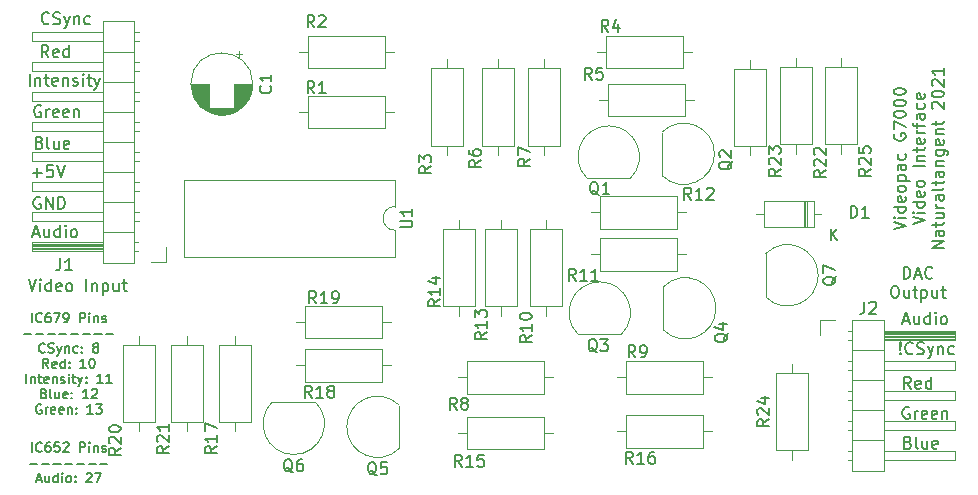
<source format=gto>
G04 #@! TF.GenerationSoftware,KiCad,Pcbnew,6.0.0-d3dd2cf0fa~116~ubuntu20.04.1*
G04 #@! TF.CreationDate,2021-12-31T12:13:54+00:00*
G04 #@! TF.ProjectId,videopac_rgb,76696465-6f70-4616-935f-7267622e6b69,rev?*
G04 #@! TF.SameCoordinates,Original*
G04 #@! TF.FileFunction,Legend,Top*
G04 #@! TF.FilePolarity,Positive*
%FSLAX46Y46*%
G04 Gerber Fmt 4.6, Leading zero omitted, Abs format (unit mm)*
G04 Created by KiCad (PCBNEW 6.0.0-d3dd2cf0fa~116~ubuntu20.04.1) date 2021-12-31 12:13:54*
%MOMM*%
%LPD*%
G01*
G04 APERTURE LIST*
%ADD10C,0.150000*%
%ADD11C,0.120000*%
G04 APERTURE END LIST*
D10*
X31821571Y-24820571D02*
X31964428Y-24868190D01*
X32012047Y-24915809D01*
X32059666Y-25011047D01*
X32059666Y-25153904D01*
X32012047Y-25249142D01*
X31964428Y-25296761D01*
X31869190Y-25344380D01*
X31488238Y-25344380D01*
X31488238Y-24344380D01*
X31821571Y-24344380D01*
X31916809Y-24392000D01*
X31964428Y-24439619D01*
X32012047Y-24534857D01*
X32012047Y-24630095D01*
X31964428Y-24725333D01*
X31916809Y-24772952D01*
X31821571Y-24820571D01*
X31488238Y-24820571D01*
X32631095Y-25344380D02*
X32535857Y-25296761D01*
X32488238Y-25201523D01*
X32488238Y-24344380D01*
X33440619Y-24677714D02*
X33440619Y-25344380D01*
X33012047Y-24677714D02*
X33012047Y-25201523D01*
X33059666Y-25296761D01*
X33154904Y-25344380D01*
X33297761Y-25344380D01*
X33393000Y-25296761D01*
X33440619Y-25249142D01*
X34297761Y-25296761D02*
X34202523Y-25344380D01*
X34012047Y-25344380D01*
X33916809Y-25296761D01*
X33869190Y-25201523D01*
X33869190Y-24820571D01*
X33916809Y-24725333D01*
X34012047Y-24677714D01*
X34202523Y-24677714D01*
X34297761Y-24725333D01*
X34345380Y-24820571D01*
X34345380Y-24915809D01*
X33869190Y-25011047D01*
X31877095Y-29472000D02*
X31781857Y-29424380D01*
X31639000Y-29424380D01*
X31496142Y-29472000D01*
X31400904Y-29567238D01*
X31353285Y-29662476D01*
X31305666Y-29852952D01*
X31305666Y-29995809D01*
X31353285Y-30186285D01*
X31400904Y-30281523D01*
X31496142Y-30376761D01*
X31639000Y-30424380D01*
X31734238Y-30424380D01*
X31877095Y-30376761D01*
X31924714Y-30329142D01*
X31924714Y-29995809D01*
X31734238Y-29995809D01*
X32353285Y-30424380D02*
X32353285Y-29424380D01*
X32924714Y-30424380D01*
X32924714Y-29424380D01*
X33400904Y-30424380D02*
X33400904Y-29424380D01*
X33639000Y-29424380D01*
X33781857Y-29472000D01*
X33877095Y-29567238D01*
X33924714Y-29662476D01*
X33972333Y-29852952D01*
X33972333Y-29995809D01*
X33924714Y-30186285D01*
X33877095Y-30281523D01*
X33781857Y-30376761D01*
X33639000Y-30424380D01*
X33400904Y-30424380D01*
X30980428Y-20010380D02*
X30980428Y-19010380D01*
X31456619Y-19343714D02*
X31456619Y-20010380D01*
X31456619Y-19438952D02*
X31504238Y-19391333D01*
X31599476Y-19343714D01*
X31742333Y-19343714D01*
X31837571Y-19391333D01*
X31885190Y-19486571D01*
X31885190Y-20010380D01*
X32218523Y-19343714D02*
X32599476Y-19343714D01*
X32361380Y-19010380D02*
X32361380Y-19867523D01*
X32409000Y-19962761D01*
X32504238Y-20010380D01*
X32599476Y-20010380D01*
X33313761Y-19962761D02*
X33218523Y-20010380D01*
X33028047Y-20010380D01*
X32932809Y-19962761D01*
X32885190Y-19867523D01*
X32885190Y-19486571D01*
X32932809Y-19391333D01*
X33028047Y-19343714D01*
X33218523Y-19343714D01*
X33313761Y-19391333D01*
X33361380Y-19486571D01*
X33361380Y-19581809D01*
X32885190Y-19677047D01*
X33789952Y-19343714D02*
X33789952Y-20010380D01*
X33789952Y-19438952D02*
X33837571Y-19391333D01*
X33932809Y-19343714D01*
X34075666Y-19343714D01*
X34170904Y-19391333D01*
X34218523Y-19486571D01*
X34218523Y-20010380D01*
X34647095Y-19962761D02*
X34742333Y-20010380D01*
X34932809Y-20010380D01*
X35028047Y-19962761D01*
X35075666Y-19867523D01*
X35075666Y-19819904D01*
X35028047Y-19724666D01*
X34932809Y-19677047D01*
X34789952Y-19677047D01*
X34694714Y-19629428D01*
X34647095Y-19534190D01*
X34647095Y-19486571D01*
X34694714Y-19391333D01*
X34789952Y-19343714D01*
X34932809Y-19343714D01*
X35028047Y-19391333D01*
X35504238Y-20010380D02*
X35504238Y-19343714D01*
X35504238Y-19010380D02*
X35456619Y-19058000D01*
X35504238Y-19105619D01*
X35551857Y-19058000D01*
X35504238Y-19010380D01*
X35504238Y-19105619D01*
X35837571Y-19343714D02*
X36218523Y-19343714D01*
X35980428Y-19010380D02*
X35980428Y-19867523D01*
X36028047Y-19962761D01*
X36123285Y-20010380D01*
X36218523Y-20010380D01*
X36456619Y-19343714D02*
X36694714Y-20010380D01*
X36932809Y-19343714D02*
X36694714Y-20010380D01*
X36599476Y-20248476D01*
X36551857Y-20296095D01*
X36456619Y-20343714D01*
X104141380Y-32185809D02*
X105141380Y-31852476D01*
X104141380Y-31519142D01*
X105141380Y-31185809D02*
X104474714Y-31185809D01*
X104141380Y-31185809D02*
X104189000Y-31233428D01*
X104236619Y-31185809D01*
X104189000Y-31138190D01*
X104141380Y-31185809D01*
X104236619Y-31185809D01*
X105141380Y-30281047D02*
X104141380Y-30281047D01*
X105093761Y-30281047D02*
X105141380Y-30376285D01*
X105141380Y-30566761D01*
X105093761Y-30662000D01*
X105046142Y-30709619D01*
X104950904Y-30757238D01*
X104665190Y-30757238D01*
X104569952Y-30709619D01*
X104522333Y-30662000D01*
X104474714Y-30566761D01*
X104474714Y-30376285D01*
X104522333Y-30281047D01*
X105093761Y-29423904D02*
X105141380Y-29519142D01*
X105141380Y-29709619D01*
X105093761Y-29804857D01*
X104998523Y-29852476D01*
X104617571Y-29852476D01*
X104522333Y-29804857D01*
X104474714Y-29709619D01*
X104474714Y-29519142D01*
X104522333Y-29423904D01*
X104617571Y-29376285D01*
X104712809Y-29376285D01*
X104808047Y-29852476D01*
X105141380Y-28804857D02*
X105093761Y-28900095D01*
X105046142Y-28947714D01*
X104950904Y-28995333D01*
X104665190Y-28995333D01*
X104569952Y-28947714D01*
X104522333Y-28900095D01*
X104474714Y-28804857D01*
X104474714Y-28662000D01*
X104522333Y-28566761D01*
X104569952Y-28519142D01*
X104665190Y-28471523D01*
X104950904Y-28471523D01*
X105046142Y-28519142D01*
X105093761Y-28566761D01*
X105141380Y-28662000D01*
X105141380Y-28804857D01*
X104474714Y-28042952D02*
X105474714Y-28042952D01*
X104522333Y-28042952D02*
X104474714Y-27947714D01*
X104474714Y-27757238D01*
X104522333Y-27662000D01*
X104569952Y-27614380D01*
X104665190Y-27566761D01*
X104950904Y-27566761D01*
X105046142Y-27614380D01*
X105093761Y-27662000D01*
X105141380Y-27757238D01*
X105141380Y-27947714D01*
X105093761Y-28042952D01*
X105141380Y-26709619D02*
X104617571Y-26709619D01*
X104522333Y-26757238D01*
X104474714Y-26852476D01*
X104474714Y-27042952D01*
X104522333Y-27138190D01*
X105093761Y-26709619D02*
X105141380Y-26804857D01*
X105141380Y-27042952D01*
X105093761Y-27138190D01*
X104998523Y-27185809D01*
X104903285Y-27185809D01*
X104808047Y-27138190D01*
X104760428Y-27042952D01*
X104760428Y-26804857D01*
X104712809Y-26709619D01*
X105093761Y-25804857D02*
X105141380Y-25900095D01*
X105141380Y-26090571D01*
X105093761Y-26185809D01*
X105046142Y-26233428D01*
X104950904Y-26281047D01*
X104665190Y-26281047D01*
X104569952Y-26233428D01*
X104522333Y-26185809D01*
X104474714Y-26090571D01*
X104474714Y-25900095D01*
X104522333Y-25804857D01*
X104189000Y-24090571D02*
X104141380Y-24185809D01*
X104141380Y-24328666D01*
X104189000Y-24471523D01*
X104284238Y-24566761D01*
X104379476Y-24614380D01*
X104569952Y-24662000D01*
X104712809Y-24662000D01*
X104903285Y-24614380D01*
X104998523Y-24566761D01*
X105093761Y-24471523D01*
X105141380Y-24328666D01*
X105141380Y-24233428D01*
X105093761Y-24090571D01*
X105046142Y-24042952D01*
X104712809Y-24042952D01*
X104712809Y-24233428D01*
X104141380Y-23709619D02*
X104141380Y-23042952D01*
X105141380Y-23471523D01*
X104141380Y-22471523D02*
X104141380Y-22376285D01*
X104189000Y-22281047D01*
X104236619Y-22233428D01*
X104331857Y-22185809D01*
X104522333Y-22138190D01*
X104760428Y-22138190D01*
X104950904Y-22185809D01*
X105046142Y-22233428D01*
X105093761Y-22281047D01*
X105141380Y-22376285D01*
X105141380Y-22471523D01*
X105093761Y-22566761D01*
X105046142Y-22614380D01*
X104950904Y-22662000D01*
X104760428Y-22709619D01*
X104522333Y-22709619D01*
X104331857Y-22662000D01*
X104236619Y-22614380D01*
X104189000Y-22566761D01*
X104141380Y-22471523D01*
X104141380Y-21519142D02*
X104141380Y-21423904D01*
X104189000Y-21328666D01*
X104236619Y-21281047D01*
X104331857Y-21233428D01*
X104522333Y-21185809D01*
X104760428Y-21185809D01*
X104950904Y-21233428D01*
X105046142Y-21281047D01*
X105093761Y-21328666D01*
X105141380Y-21423904D01*
X105141380Y-21519142D01*
X105093761Y-21614380D01*
X105046142Y-21662000D01*
X104950904Y-21709619D01*
X104760428Y-21757238D01*
X104522333Y-21757238D01*
X104331857Y-21709619D01*
X104236619Y-21662000D01*
X104189000Y-21614380D01*
X104141380Y-21519142D01*
X104141380Y-20566761D02*
X104141380Y-20471523D01*
X104189000Y-20376285D01*
X104236619Y-20328666D01*
X104331857Y-20281047D01*
X104522333Y-20233428D01*
X104760428Y-20233428D01*
X104950904Y-20281047D01*
X105046142Y-20328666D01*
X105093761Y-20376285D01*
X105141380Y-20471523D01*
X105141380Y-20566761D01*
X105093761Y-20662000D01*
X105046142Y-20709619D01*
X104950904Y-20757238D01*
X104760428Y-20804857D01*
X104522333Y-20804857D01*
X104331857Y-20757238D01*
X104236619Y-20709619D01*
X104189000Y-20662000D01*
X104141380Y-20566761D01*
X105751380Y-31757238D02*
X106751380Y-31423904D01*
X105751380Y-31090571D01*
X106751380Y-30757238D02*
X106084714Y-30757238D01*
X105751380Y-30757238D02*
X105799000Y-30804857D01*
X105846619Y-30757238D01*
X105799000Y-30709619D01*
X105751380Y-30757238D01*
X105846619Y-30757238D01*
X106751380Y-29852476D02*
X105751380Y-29852476D01*
X106703761Y-29852476D02*
X106751380Y-29947714D01*
X106751380Y-30138190D01*
X106703761Y-30233428D01*
X106656142Y-30281047D01*
X106560904Y-30328666D01*
X106275190Y-30328666D01*
X106179952Y-30281047D01*
X106132333Y-30233428D01*
X106084714Y-30138190D01*
X106084714Y-29947714D01*
X106132333Y-29852476D01*
X106703761Y-28995333D02*
X106751380Y-29090571D01*
X106751380Y-29281047D01*
X106703761Y-29376285D01*
X106608523Y-29423904D01*
X106227571Y-29423904D01*
X106132333Y-29376285D01*
X106084714Y-29281047D01*
X106084714Y-29090571D01*
X106132333Y-28995333D01*
X106227571Y-28947714D01*
X106322809Y-28947714D01*
X106418047Y-29423904D01*
X106751380Y-28376285D02*
X106703761Y-28471523D01*
X106656142Y-28519142D01*
X106560904Y-28566761D01*
X106275190Y-28566761D01*
X106179952Y-28519142D01*
X106132333Y-28471523D01*
X106084714Y-28376285D01*
X106084714Y-28233428D01*
X106132333Y-28138190D01*
X106179952Y-28090571D01*
X106275190Y-28042952D01*
X106560904Y-28042952D01*
X106656142Y-28090571D01*
X106703761Y-28138190D01*
X106751380Y-28233428D01*
X106751380Y-28376285D01*
X106751380Y-26852476D02*
X105751380Y-26852476D01*
X106084714Y-26376285D02*
X106751380Y-26376285D01*
X106179952Y-26376285D02*
X106132333Y-26328666D01*
X106084714Y-26233428D01*
X106084714Y-26090571D01*
X106132333Y-25995333D01*
X106227571Y-25947714D01*
X106751380Y-25947714D01*
X106084714Y-25614380D02*
X106084714Y-25233428D01*
X105751380Y-25471523D02*
X106608523Y-25471523D01*
X106703761Y-25423904D01*
X106751380Y-25328666D01*
X106751380Y-25233428D01*
X106703761Y-24519142D02*
X106751380Y-24614380D01*
X106751380Y-24804857D01*
X106703761Y-24900095D01*
X106608523Y-24947714D01*
X106227571Y-24947714D01*
X106132333Y-24900095D01*
X106084714Y-24804857D01*
X106084714Y-24614380D01*
X106132333Y-24519142D01*
X106227571Y-24471523D01*
X106322809Y-24471523D01*
X106418047Y-24947714D01*
X106751380Y-24042952D02*
X106084714Y-24042952D01*
X106275190Y-24042952D02*
X106179952Y-23995333D01*
X106132333Y-23947714D01*
X106084714Y-23852476D01*
X106084714Y-23757238D01*
X106084714Y-23566761D02*
X106084714Y-23185809D01*
X106751380Y-23423904D02*
X105894238Y-23423904D01*
X105799000Y-23376285D01*
X105751380Y-23281047D01*
X105751380Y-23185809D01*
X106751380Y-22423904D02*
X106227571Y-22423904D01*
X106132333Y-22471523D01*
X106084714Y-22566761D01*
X106084714Y-22757238D01*
X106132333Y-22852476D01*
X106703761Y-22423904D02*
X106751380Y-22519142D01*
X106751380Y-22757238D01*
X106703761Y-22852476D01*
X106608523Y-22900095D01*
X106513285Y-22900095D01*
X106418047Y-22852476D01*
X106370428Y-22757238D01*
X106370428Y-22519142D01*
X106322809Y-22423904D01*
X106703761Y-21519142D02*
X106751380Y-21614380D01*
X106751380Y-21804857D01*
X106703761Y-21900095D01*
X106656142Y-21947714D01*
X106560904Y-21995333D01*
X106275190Y-21995333D01*
X106179952Y-21947714D01*
X106132333Y-21900095D01*
X106084714Y-21804857D01*
X106084714Y-21614380D01*
X106132333Y-21519142D01*
X106703761Y-20709619D02*
X106751380Y-20804857D01*
X106751380Y-20995333D01*
X106703761Y-21090571D01*
X106608523Y-21138190D01*
X106227571Y-21138190D01*
X106132333Y-21090571D01*
X106084714Y-20995333D01*
X106084714Y-20804857D01*
X106132333Y-20709619D01*
X106227571Y-20662000D01*
X106322809Y-20662000D01*
X106418047Y-21138190D01*
X108361380Y-33757238D02*
X107361380Y-33757238D01*
X108361380Y-33185809D01*
X107361380Y-33185809D01*
X108361380Y-32281047D02*
X107837571Y-32281047D01*
X107742333Y-32328666D01*
X107694714Y-32423904D01*
X107694714Y-32614380D01*
X107742333Y-32709619D01*
X108313761Y-32281047D02*
X108361380Y-32376285D01*
X108361380Y-32614380D01*
X108313761Y-32709619D01*
X108218523Y-32757238D01*
X108123285Y-32757238D01*
X108028047Y-32709619D01*
X107980428Y-32614380D01*
X107980428Y-32376285D01*
X107932809Y-32281047D01*
X107694714Y-31947714D02*
X107694714Y-31566761D01*
X107361380Y-31804857D02*
X108218523Y-31804857D01*
X108313761Y-31757238D01*
X108361380Y-31662000D01*
X108361380Y-31566761D01*
X107694714Y-30804857D02*
X108361380Y-30804857D01*
X107694714Y-31233428D02*
X108218523Y-31233428D01*
X108313761Y-31185809D01*
X108361380Y-31090571D01*
X108361380Y-30947714D01*
X108313761Y-30852476D01*
X108266142Y-30804857D01*
X108361380Y-30328666D02*
X107694714Y-30328666D01*
X107885190Y-30328666D02*
X107789952Y-30281047D01*
X107742333Y-30233428D01*
X107694714Y-30138190D01*
X107694714Y-30042952D01*
X108361380Y-29281047D02*
X107837571Y-29281047D01*
X107742333Y-29328666D01*
X107694714Y-29423904D01*
X107694714Y-29614380D01*
X107742333Y-29709619D01*
X108313761Y-29281047D02*
X108361380Y-29376285D01*
X108361380Y-29614380D01*
X108313761Y-29709619D01*
X108218523Y-29757238D01*
X108123285Y-29757238D01*
X108028047Y-29709619D01*
X107980428Y-29614380D01*
X107980428Y-29376285D01*
X107932809Y-29281047D01*
X108361380Y-28662000D02*
X108313761Y-28757238D01*
X108218523Y-28804857D01*
X107361380Y-28804857D01*
X107694714Y-28423904D02*
X107694714Y-28042952D01*
X107361380Y-28281047D02*
X108218523Y-28281047D01*
X108313761Y-28233428D01*
X108361380Y-28138190D01*
X108361380Y-28042952D01*
X108361380Y-27281047D02*
X107837571Y-27281047D01*
X107742333Y-27328666D01*
X107694714Y-27423904D01*
X107694714Y-27614380D01*
X107742333Y-27709619D01*
X108313761Y-27281047D02*
X108361380Y-27376285D01*
X108361380Y-27614380D01*
X108313761Y-27709619D01*
X108218523Y-27757238D01*
X108123285Y-27757238D01*
X108028047Y-27709619D01*
X107980428Y-27614380D01*
X107980428Y-27376285D01*
X107932809Y-27281047D01*
X107694714Y-26804857D02*
X108361380Y-26804857D01*
X107789952Y-26804857D02*
X107742333Y-26757238D01*
X107694714Y-26662000D01*
X107694714Y-26519142D01*
X107742333Y-26423904D01*
X107837571Y-26376285D01*
X108361380Y-26376285D01*
X107694714Y-25471523D02*
X108504238Y-25471523D01*
X108599476Y-25519142D01*
X108647095Y-25566761D01*
X108694714Y-25662000D01*
X108694714Y-25804857D01*
X108647095Y-25900095D01*
X108313761Y-25471523D02*
X108361380Y-25566761D01*
X108361380Y-25757238D01*
X108313761Y-25852476D01*
X108266142Y-25900095D01*
X108170904Y-25947714D01*
X107885190Y-25947714D01*
X107789952Y-25900095D01*
X107742333Y-25852476D01*
X107694714Y-25757238D01*
X107694714Y-25566761D01*
X107742333Y-25471523D01*
X108313761Y-24614380D02*
X108361380Y-24709619D01*
X108361380Y-24900095D01*
X108313761Y-24995333D01*
X108218523Y-25042952D01*
X107837571Y-25042952D01*
X107742333Y-24995333D01*
X107694714Y-24900095D01*
X107694714Y-24709619D01*
X107742333Y-24614380D01*
X107837571Y-24566761D01*
X107932809Y-24566761D01*
X108028047Y-25042952D01*
X107694714Y-24138190D02*
X108361380Y-24138190D01*
X107789952Y-24138190D02*
X107742333Y-24090571D01*
X107694714Y-23995333D01*
X107694714Y-23852476D01*
X107742333Y-23757238D01*
X107837571Y-23709619D01*
X108361380Y-23709619D01*
X107694714Y-23376285D02*
X107694714Y-22995333D01*
X107361380Y-23233428D02*
X108218523Y-23233428D01*
X108313761Y-23185809D01*
X108361380Y-23090571D01*
X108361380Y-22995333D01*
X107456619Y-21947714D02*
X107409000Y-21900095D01*
X107361380Y-21804857D01*
X107361380Y-21566761D01*
X107409000Y-21471523D01*
X107456619Y-21423904D01*
X107551857Y-21376285D01*
X107647095Y-21376285D01*
X107789952Y-21423904D01*
X108361380Y-21995333D01*
X108361380Y-21376285D01*
X107361380Y-20757238D02*
X107361380Y-20662000D01*
X107409000Y-20566761D01*
X107456619Y-20519142D01*
X107551857Y-20471523D01*
X107742333Y-20423904D01*
X107980428Y-20423904D01*
X108170904Y-20471523D01*
X108266142Y-20519142D01*
X108313761Y-20566761D01*
X108361380Y-20662000D01*
X108361380Y-20757238D01*
X108313761Y-20852476D01*
X108266142Y-20900095D01*
X108170904Y-20947714D01*
X107980428Y-20995333D01*
X107742333Y-20995333D01*
X107551857Y-20947714D01*
X107456619Y-20900095D01*
X107409000Y-20852476D01*
X107361380Y-20757238D01*
X107456619Y-20042952D02*
X107409000Y-19995333D01*
X107361380Y-19900095D01*
X107361380Y-19662000D01*
X107409000Y-19566761D01*
X107456619Y-19519142D01*
X107551857Y-19471523D01*
X107647095Y-19471523D01*
X107789952Y-19519142D01*
X108361380Y-20090571D01*
X108361380Y-19471523D01*
X108361380Y-18519142D02*
X108361380Y-19090571D01*
X108361380Y-18804857D02*
X107361380Y-18804857D01*
X107504238Y-18900095D01*
X107599476Y-18995333D01*
X107647095Y-19090571D01*
X104695904Y-42648142D02*
X104743523Y-42695761D01*
X104695904Y-42743380D01*
X104648285Y-42695761D01*
X104695904Y-42648142D01*
X104695904Y-42743380D01*
X104695904Y-42362428D02*
X104648285Y-41791000D01*
X104695904Y-41743380D01*
X104743523Y-41791000D01*
X104695904Y-42362428D01*
X104695904Y-41743380D01*
X105743523Y-42648142D02*
X105695904Y-42695761D01*
X105553047Y-42743380D01*
X105457809Y-42743380D01*
X105314952Y-42695761D01*
X105219714Y-42600523D01*
X105172095Y-42505285D01*
X105124476Y-42314809D01*
X105124476Y-42171952D01*
X105172095Y-41981476D01*
X105219714Y-41886238D01*
X105314952Y-41791000D01*
X105457809Y-41743380D01*
X105553047Y-41743380D01*
X105695904Y-41791000D01*
X105743523Y-41838619D01*
X106124476Y-42695761D02*
X106267333Y-42743380D01*
X106505428Y-42743380D01*
X106600666Y-42695761D01*
X106648285Y-42648142D01*
X106695904Y-42552904D01*
X106695904Y-42457666D01*
X106648285Y-42362428D01*
X106600666Y-42314809D01*
X106505428Y-42267190D01*
X106314952Y-42219571D01*
X106219714Y-42171952D01*
X106172095Y-42124333D01*
X106124476Y-42029095D01*
X106124476Y-41933857D01*
X106172095Y-41838619D01*
X106219714Y-41791000D01*
X106314952Y-41743380D01*
X106553047Y-41743380D01*
X106695904Y-41791000D01*
X107029238Y-42076714D02*
X107267333Y-42743380D01*
X107505428Y-42076714D02*
X107267333Y-42743380D01*
X107172095Y-42981476D01*
X107124476Y-43029095D01*
X107029238Y-43076714D01*
X107886380Y-42076714D02*
X107886380Y-42743380D01*
X107886380Y-42171952D02*
X107934000Y-42124333D01*
X108029238Y-42076714D01*
X108172095Y-42076714D01*
X108267333Y-42124333D01*
X108314952Y-42219571D01*
X108314952Y-42743380D01*
X109219714Y-42695761D02*
X109124476Y-42743380D01*
X108934000Y-42743380D01*
X108838761Y-42695761D01*
X108791142Y-42648142D01*
X108743523Y-42552904D01*
X108743523Y-42267190D01*
X108791142Y-42171952D01*
X108838761Y-42124333D01*
X108934000Y-42076714D01*
X109124476Y-42076714D01*
X109219714Y-42124333D01*
X31313666Y-32551666D02*
X31789857Y-32551666D01*
X31218428Y-32837380D02*
X31551761Y-31837380D01*
X31885095Y-32837380D01*
X32647000Y-32170714D02*
X32647000Y-32837380D01*
X32218428Y-32170714D02*
X32218428Y-32694523D01*
X32266047Y-32789761D01*
X32361285Y-32837380D01*
X32504142Y-32837380D01*
X32599380Y-32789761D01*
X32647000Y-32742142D01*
X33551761Y-32837380D02*
X33551761Y-31837380D01*
X33551761Y-32789761D02*
X33456523Y-32837380D01*
X33266047Y-32837380D01*
X33170809Y-32789761D01*
X33123190Y-32742142D01*
X33075571Y-32646904D01*
X33075571Y-32361190D01*
X33123190Y-32265952D01*
X33170809Y-32218333D01*
X33266047Y-32170714D01*
X33456523Y-32170714D01*
X33551761Y-32218333D01*
X34027952Y-32837380D02*
X34027952Y-32170714D01*
X34027952Y-31837380D02*
X33980333Y-31885000D01*
X34027952Y-31932619D01*
X34075571Y-31885000D01*
X34027952Y-31837380D01*
X34027952Y-31932619D01*
X34647000Y-32837380D02*
X34551761Y-32789761D01*
X34504142Y-32742142D01*
X34456523Y-32646904D01*
X34456523Y-32361190D01*
X34504142Y-32265952D01*
X34551761Y-32218333D01*
X34647000Y-32170714D01*
X34789857Y-32170714D01*
X34885095Y-32218333D01*
X34932714Y-32265952D01*
X34980333Y-32361190D01*
X34980333Y-32646904D01*
X34932714Y-32742142D01*
X34885095Y-32789761D01*
X34789857Y-32837380D01*
X34647000Y-32837380D01*
X31916857Y-21725000D02*
X31821619Y-21677380D01*
X31678761Y-21677380D01*
X31535904Y-21725000D01*
X31440666Y-21820238D01*
X31393047Y-21915476D01*
X31345428Y-22105952D01*
X31345428Y-22248809D01*
X31393047Y-22439285D01*
X31440666Y-22534523D01*
X31535904Y-22629761D01*
X31678761Y-22677380D01*
X31774000Y-22677380D01*
X31916857Y-22629761D01*
X31964476Y-22582142D01*
X31964476Y-22248809D01*
X31774000Y-22248809D01*
X32393047Y-22677380D02*
X32393047Y-22010714D01*
X32393047Y-22201190D02*
X32440666Y-22105952D01*
X32488285Y-22058333D01*
X32583523Y-22010714D01*
X32678761Y-22010714D01*
X33393047Y-22629761D02*
X33297809Y-22677380D01*
X33107333Y-22677380D01*
X33012095Y-22629761D01*
X32964476Y-22534523D01*
X32964476Y-22153571D01*
X33012095Y-22058333D01*
X33107333Y-22010714D01*
X33297809Y-22010714D01*
X33393047Y-22058333D01*
X33440666Y-22153571D01*
X33440666Y-22248809D01*
X32964476Y-22344047D01*
X34250190Y-22629761D02*
X34154952Y-22677380D01*
X33964476Y-22677380D01*
X33869238Y-22629761D01*
X33821619Y-22534523D01*
X33821619Y-22153571D01*
X33869238Y-22058333D01*
X33964476Y-22010714D01*
X34154952Y-22010714D01*
X34250190Y-22058333D01*
X34297809Y-22153571D01*
X34297809Y-22248809D01*
X33821619Y-22344047D01*
X34726380Y-22010714D02*
X34726380Y-22677380D01*
X34726380Y-22105952D02*
X34774000Y-22058333D01*
X34869238Y-22010714D01*
X35012095Y-22010714D01*
X35107333Y-22058333D01*
X35154952Y-22153571D01*
X35154952Y-22677380D01*
X105600571Y-45664380D02*
X105267238Y-45188190D01*
X105029142Y-45664380D02*
X105029142Y-44664380D01*
X105410095Y-44664380D01*
X105505333Y-44712000D01*
X105552952Y-44759619D01*
X105600571Y-44854857D01*
X105600571Y-44997714D01*
X105552952Y-45092952D01*
X105505333Y-45140571D01*
X105410095Y-45188190D01*
X105029142Y-45188190D01*
X106410095Y-45616761D02*
X106314857Y-45664380D01*
X106124380Y-45664380D01*
X106029142Y-45616761D01*
X105981523Y-45521523D01*
X105981523Y-45140571D01*
X106029142Y-45045333D01*
X106124380Y-44997714D01*
X106314857Y-44997714D01*
X106410095Y-45045333D01*
X106457714Y-45140571D01*
X106457714Y-45235809D01*
X105981523Y-45331047D01*
X107314857Y-45664380D02*
X107314857Y-44664380D01*
X107314857Y-45616761D02*
X107219619Y-45664380D01*
X107029142Y-45664380D01*
X106933904Y-45616761D01*
X106886285Y-45569142D01*
X106838666Y-45473904D01*
X106838666Y-45188190D01*
X106886285Y-45092952D01*
X106933904Y-45045333D01*
X107029142Y-44997714D01*
X107219619Y-44997714D01*
X107314857Y-45045333D01*
X104981523Y-36350380D02*
X104981523Y-35350380D01*
X105219619Y-35350380D01*
X105362476Y-35398000D01*
X105457714Y-35493238D01*
X105505333Y-35588476D01*
X105552952Y-35778952D01*
X105552952Y-35921809D01*
X105505333Y-36112285D01*
X105457714Y-36207523D01*
X105362476Y-36302761D01*
X105219619Y-36350380D01*
X104981523Y-36350380D01*
X105933904Y-36064666D02*
X106410095Y-36064666D01*
X105838666Y-36350380D02*
X106172000Y-35350380D01*
X106505333Y-36350380D01*
X107410095Y-36255142D02*
X107362476Y-36302761D01*
X107219619Y-36350380D01*
X107124380Y-36350380D01*
X106981523Y-36302761D01*
X106886285Y-36207523D01*
X106838666Y-36112285D01*
X106791047Y-35921809D01*
X106791047Y-35778952D01*
X106838666Y-35588476D01*
X106886285Y-35493238D01*
X106981523Y-35398000D01*
X107124380Y-35350380D01*
X107219619Y-35350380D01*
X107362476Y-35398000D01*
X107410095Y-35445619D01*
X104148190Y-36960380D02*
X104338666Y-36960380D01*
X104433904Y-37008000D01*
X104529142Y-37103238D01*
X104576761Y-37293714D01*
X104576761Y-37627047D01*
X104529142Y-37817523D01*
X104433904Y-37912761D01*
X104338666Y-37960380D01*
X104148190Y-37960380D01*
X104052952Y-37912761D01*
X103957714Y-37817523D01*
X103910095Y-37627047D01*
X103910095Y-37293714D01*
X103957714Y-37103238D01*
X104052952Y-37008000D01*
X104148190Y-36960380D01*
X105433904Y-37293714D02*
X105433904Y-37960380D01*
X105005333Y-37293714D02*
X105005333Y-37817523D01*
X105052952Y-37912761D01*
X105148190Y-37960380D01*
X105291047Y-37960380D01*
X105386285Y-37912761D01*
X105433904Y-37865142D01*
X105767238Y-37293714D02*
X106148190Y-37293714D01*
X105910095Y-36960380D02*
X105910095Y-37817523D01*
X105957714Y-37912761D01*
X106052952Y-37960380D01*
X106148190Y-37960380D01*
X106481523Y-37293714D02*
X106481523Y-38293714D01*
X106481523Y-37341333D02*
X106576761Y-37293714D01*
X106767238Y-37293714D01*
X106862476Y-37341333D01*
X106910095Y-37388952D01*
X106957714Y-37484190D01*
X106957714Y-37769904D01*
X106910095Y-37865142D01*
X106862476Y-37912761D01*
X106767238Y-37960380D01*
X106576761Y-37960380D01*
X106481523Y-37912761D01*
X107814857Y-37293714D02*
X107814857Y-37960380D01*
X107386285Y-37293714D02*
X107386285Y-37817523D01*
X107433904Y-37912761D01*
X107529142Y-37960380D01*
X107672000Y-37960380D01*
X107767238Y-37912761D01*
X107814857Y-37865142D01*
X108148190Y-37293714D02*
X108529142Y-37293714D01*
X108291047Y-36960380D02*
X108291047Y-37817523D01*
X108338666Y-37912761D01*
X108433904Y-37960380D01*
X108529142Y-37960380D01*
X32575571Y-17597380D02*
X32242238Y-17121190D01*
X32004142Y-17597380D02*
X32004142Y-16597380D01*
X32385095Y-16597380D01*
X32480333Y-16645000D01*
X32527952Y-16692619D01*
X32575571Y-16787857D01*
X32575571Y-16930714D01*
X32527952Y-17025952D01*
X32480333Y-17073571D01*
X32385095Y-17121190D01*
X32004142Y-17121190D01*
X33385095Y-17549761D02*
X33289857Y-17597380D01*
X33099380Y-17597380D01*
X33004142Y-17549761D01*
X32956523Y-17454523D01*
X32956523Y-17073571D01*
X33004142Y-16978333D01*
X33099380Y-16930714D01*
X33289857Y-16930714D01*
X33385095Y-16978333D01*
X33432714Y-17073571D01*
X33432714Y-17168809D01*
X32956523Y-17264047D01*
X34289857Y-17597380D02*
X34289857Y-16597380D01*
X34289857Y-17549761D02*
X34194619Y-17597380D01*
X34004142Y-17597380D01*
X33908904Y-17549761D01*
X33861285Y-17502142D01*
X33813666Y-17406904D01*
X33813666Y-17121190D01*
X33861285Y-17025952D01*
X33908904Y-16978333D01*
X34004142Y-16930714D01*
X34194619Y-16930714D01*
X34289857Y-16978333D01*
X31166190Y-40049904D02*
X31166190Y-39249904D01*
X32004285Y-39973714D02*
X31966190Y-40011809D01*
X31851904Y-40049904D01*
X31775714Y-40049904D01*
X31661428Y-40011809D01*
X31585238Y-39935619D01*
X31547142Y-39859428D01*
X31509047Y-39707047D01*
X31509047Y-39592761D01*
X31547142Y-39440380D01*
X31585238Y-39364190D01*
X31661428Y-39288000D01*
X31775714Y-39249904D01*
X31851904Y-39249904D01*
X31966190Y-39288000D01*
X32004285Y-39326095D01*
X32689999Y-39249904D02*
X32537619Y-39249904D01*
X32461428Y-39288000D01*
X32423333Y-39326095D01*
X32347142Y-39440380D01*
X32309047Y-39592761D01*
X32309047Y-39897523D01*
X32347142Y-39973714D01*
X32385238Y-40011809D01*
X32461428Y-40049904D01*
X32613809Y-40049904D01*
X32689999Y-40011809D01*
X32728095Y-39973714D01*
X32766190Y-39897523D01*
X32766190Y-39707047D01*
X32728095Y-39630857D01*
X32689999Y-39592761D01*
X32613809Y-39554666D01*
X32461428Y-39554666D01*
X32385238Y-39592761D01*
X32347142Y-39630857D01*
X32309047Y-39707047D01*
X33032857Y-39249904D02*
X33566190Y-39249904D01*
X33223333Y-40049904D01*
X33909047Y-40049904D02*
X34061428Y-40049904D01*
X34137619Y-40011809D01*
X34175714Y-39973714D01*
X34251904Y-39859428D01*
X34290000Y-39707047D01*
X34290000Y-39402285D01*
X34251904Y-39326095D01*
X34213809Y-39288000D01*
X34137619Y-39249904D01*
X33985238Y-39249904D01*
X33909047Y-39288000D01*
X33870952Y-39326095D01*
X33832857Y-39402285D01*
X33832857Y-39592761D01*
X33870952Y-39668952D01*
X33909047Y-39707047D01*
X33985238Y-39745142D01*
X34137619Y-39745142D01*
X34213809Y-39707047D01*
X34251904Y-39668952D01*
X34290000Y-39592761D01*
X35242380Y-40049904D02*
X35242380Y-39249904D01*
X35547142Y-39249904D01*
X35623333Y-39288000D01*
X35661428Y-39326095D01*
X35699523Y-39402285D01*
X35699523Y-39516571D01*
X35661428Y-39592761D01*
X35623333Y-39630857D01*
X35547142Y-39668952D01*
X35242380Y-39668952D01*
X36042380Y-40049904D02*
X36042380Y-39516571D01*
X36042380Y-39249904D02*
X36004285Y-39288000D01*
X36042380Y-39326095D01*
X36080476Y-39288000D01*
X36042380Y-39249904D01*
X36042380Y-39326095D01*
X36423333Y-39516571D02*
X36423333Y-40049904D01*
X36423333Y-39592761D02*
X36461428Y-39554666D01*
X36537619Y-39516571D01*
X36651904Y-39516571D01*
X36728095Y-39554666D01*
X36766190Y-39630857D01*
X36766190Y-40049904D01*
X37109047Y-40011809D02*
X37185238Y-40049904D01*
X37337619Y-40049904D01*
X37413809Y-40011809D01*
X37451904Y-39935619D01*
X37451904Y-39897523D01*
X37413809Y-39821333D01*
X37337619Y-39783238D01*
X37223333Y-39783238D01*
X37147142Y-39745142D01*
X37109047Y-39668952D01*
X37109047Y-39630857D01*
X37147142Y-39554666D01*
X37223333Y-39516571D01*
X37337619Y-39516571D01*
X37413809Y-39554666D01*
X30518571Y-41033142D02*
X31128095Y-41033142D01*
X31509047Y-41033142D02*
X32118571Y-41033142D01*
X32499523Y-41033142D02*
X33109047Y-41033142D01*
X33490000Y-41033142D02*
X34099523Y-41033142D01*
X34480476Y-41033142D02*
X35090000Y-41033142D01*
X35470952Y-41033142D02*
X36080476Y-41033142D01*
X36461428Y-41033142D02*
X37070952Y-41033142D01*
X37451904Y-41033142D02*
X38061428Y-41033142D01*
X32270952Y-42549714D02*
X32232857Y-42587809D01*
X32118571Y-42625904D01*
X32042380Y-42625904D01*
X31928095Y-42587809D01*
X31851904Y-42511619D01*
X31813809Y-42435428D01*
X31775714Y-42283047D01*
X31775714Y-42168761D01*
X31813809Y-42016380D01*
X31851904Y-41940190D01*
X31928095Y-41864000D01*
X32042380Y-41825904D01*
X32118571Y-41825904D01*
X32232857Y-41864000D01*
X32270952Y-41902095D01*
X32575714Y-42587809D02*
X32690000Y-42625904D01*
X32880476Y-42625904D01*
X32956666Y-42587809D01*
X32994761Y-42549714D01*
X33032857Y-42473523D01*
X33032857Y-42397333D01*
X32994761Y-42321142D01*
X32956666Y-42283047D01*
X32880476Y-42244952D01*
X32728095Y-42206857D01*
X32651904Y-42168761D01*
X32613809Y-42130666D01*
X32575714Y-42054476D01*
X32575714Y-41978285D01*
X32613809Y-41902095D01*
X32651904Y-41864000D01*
X32728095Y-41825904D01*
X32918571Y-41825904D01*
X33032857Y-41864000D01*
X33299523Y-42092571D02*
X33490000Y-42625904D01*
X33680476Y-42092571D02*
X33490000Y-42625904D01*
X33413809Y-42816380D01*
X33375714Y-42854476D01*
X33299523Y-42892571D01*
X33985238Y-42092571D02*
X33985238Y-42625904D01*
X33985238Y-42168761D02*
X34023333Y-42130666D01*
X34099523Y-42092571D01*
X34213809Y-42092571D01*
X34290000Y-42130666D01*
X34328095Y-42206857D01*
X34328095Y-42625904D01*
X35051904Y-42587809D02*
X34975714Y-42625904D01*
X34823333Y-42625904D01*
X34747142Y-42587809D01*
X34709047Y-42549714D01*
X34670952Y-42473523D01*
X34670952Y-42244952D01*
X34709047Y-42168761D01*
X34747142Y-42130666D01*
X34823333Y-42092571D01*
X34975714Y-42092571D01*
X35051904Y-42130666D01*
X35394761Y-42549714D02*
X35432857Y-42587809D01*
X35394761Y-42625904D01*
X35356666Y-42587809D01*
X35394761Y-42549714D01*
X35394761Y-42625904D01*
X35394761Y-42130666D02*
X35432857Y-42168761D01*
X35394761Y-42206857D01*
X35356666Y-42168761D01*
X35394761Y-42130666D01*
X35394761Y-42206857D01*
X36499523Y-42168761D02*
X36423333Y-42130666D01*
X36385238Y-42092571D01*
X36347142Y-42016380D01*
X36347142Y-41978285D01*
X36385238Y-41902095D01*
X36423333Y-41864000D01*
X36499523Y-41825904D01*
X36651904Y-41825904D01*
X36728095Y-41864000D01*
X36766190Y-41902095D01*
X36804285Y-41978285D01*
X36804285Y-42016380D01*
X36766190Y-42092571D01*
X36728095Y-42130666D01*
X36651904Y-42168761D01*
X36499523Y-42168761D01*
X36423333Y-42206857D01*
X36385238Y-42244952D01*
X36347142Y-42321142D01*
X36347142Y-42473523D01*
X36385238Y-42549714D01*
X36423333Y-42587809D01*
X36499523Y-42625904D01*
X36651904Y-42625904D01*
X36728095Y-42587809D01*
X36766190Y-42549714D01*
X36804285Y-42473523D01*
X36804285Y-42321142D01*
X36766190Y-42244952D01*
X36728095Y-42206857D01*
X36651904Y-42168761D01*
X32575714Y-43913904D02*
X32309047Y-43532952D01*
X32118571Y-43913904D02*
X32118571Y-43113904D01*
X32423333Y-43113904D01*
X32499523Y-43152000D01*
X32537619Y-43190095D01*
X32575714Y-43266285D01*
X32575714Y-43380571D01*
X32537619Y-43456761D01*
X32499523Y-43494857D01*
X32423333Y-43532952D01*
X32118571Y-43532952D01*
X33223333Y-43875809D02*
X33147142Y-43913904D01*
X32994761Y-43913904D01*
X32918571Y-43875809D01*
X32880476Y-43799619D01*
X32880476Y-43494857D01*
X32918571Y-43418666D01*
X32994761Y-43380571D01*
X33147142Y-43380571D01*
X33223333Y-43418666D01*
X33261428Y-43494857D01*
X33261428Y-43571047D01*
X32880476Y-43647238D01*
X33947142Y-43913904D02*
X33947142Y-43113904D01*
X33947142Y-43875809D02*
X33870952Y-43913904D01*
X33718571Y-43913904D01*
X33642380Y-43875809D01*
X33604285Y-43837714D01*
X33566190Y-43761523D01*
X33566190Y-43532952D01*
X33604285Y-43456761D01*
X33642380Y-43418666D01*
X33718571Y-43380571D01*
X33870952Y-43380571D01*
X33947142Y-43418666D01*
X34328095Y-43837714D02*
X34366190Y-43875809D01*
X34328095Y-43913904D01*
X34290000Y-43875809D01*
X34328095Y-43837714D01*
X34328095Y-43913904D01*
X34328095Y-43418666D02*
X34366190Y-43456761D01*
X34328095Y-43494857D01*
X34290000Y-43456761D01*
X34328095Y-43418666D01*
X34328095Y-43494857D01*
X35737619Y-43913904D02*
X35280476Y-43913904D01*
X35509047Y-43913904D02*
X35509047Y-43113904D01*
X35432857Y-43228190D01*
X35356666Y-43304380D01*
X35280476Y-43342476D01*
X36232857Y-43113904D02*
X36309047Y-43113904D01*
X36385238Y-43152000D01*
X36423333Y-43190095D01*
X36461428Y-43266285D01*
X36499523Y-43418666D01*
X36499523Y-43609142D01*
X36461428Y-43761523D01*
X36423333Y-43837714D01*
X36385238Y-43875809D01*
X36309047Y-43913904D01*
X36232857Y-43913904D01*
X36156666Y-43875809D01*
X36118571Y-43837714D01*
X36080476Y-43761523D01*
X36042380Y-43609142D01*
X36042380Y-43418666D01*
X36080476Y-43266285D01*
X36118571Y-43190095D01*
X36156666Y-43152000D01*
X36232857Y-43113904D01*
X30690000Y-45201904D02*
X30690000Y-44401904D01*
X31070952Y-44668571D02*
X31070952Y-45201904D01*
X31070952Y-44744761D02*
X31109047Y-44706666D01*
X31185238Y-44668571D01*
X31299523Y-44668571D01*
X31375714Y-44706666D01*
X31413809Y-44782857D01*
X31413809Y-45201904D01*
X31680476Y-44668571D02*
X31985238Y-44668571D01*
X31794761Y-44401904D02*
X31794761Y-45087619D01*
X31832857Y-45163809D01*
X31909047Y-45201904D01*
X31985238Y-45201904D01*
X32556666Y-45163809D02*
X32480476Y-45201904D01*
X32328095Y-45201904D01*
X32251904Y-45163809D01*
X32213809Y-45087619D01*
X32213809Y-44782857D01*
X32251904Y-44706666D01*
X32328095Y-44668571D01*
X32480476Y-44668571D01*
X32556666Y-44706666D01*
X32594761Y-44782857D01*
X32594761Y-44859047D01*
X32213809Y-44935238D01*
X32937619Y-44668571D02*
X32937619Y-45201904D01*
X32937619Y-44744761D02*
X32975714Y-44706666D01*
X33051904Y-44668571D01*
X33166190Y-44668571D01*
X33242380Y-44706666D01*
X33280476Y-44782857D01*
X33280476Y-45201904D01*
X33623333Y-45163809D02*
X33699523Y-45201904D01*
X33851904Y-45201904D01*
X33928095Y-45163809D01*
X33966190Y-45087619D01*
X33966190Y-45049523D01*
X33928095Y-44973333D01*
X33851904Y-44935238D01*
X33737619Y-44935238D01*
X33661428Y-44897142D01*
X33623333Y-44820952D01*
X33623333Y-44782857D01*
X33661428Y-44706666D01*
X33737619Y-44668571D01*
X33851904Y-44668571D01*
X33928095Y-44706666D01*
X34309047Y-45201904D02*
X34309047Y-44668571D01*
X34309047Y-44401904D02*
X34270952Y-44440000D01*
X34309047Y-44478095D01*
X34347142Y-44440000D01*
X34309047Y-44401904D01*
X34309047Y-44478095D01*
X34575714Y-44668571D02*
X34880476Y-44668571D01*
X34690000Y-44401904D02*
X34690000Y-45087619D01*
X34728095Y-45163809D01*
X34804285Y-45201904D01*
X34880476Y-45201904D01*
X35070952Y-44668571D02*
X35261428Y-45201904D01*
X35451904Y-44668571D02*
X35261428Y-45201904D01*
X35185238Y-45392380D01*
X35147142Y-45430476D01*
X35070952Y-45468571D01*
X35756666Y-45125714D02*
X35794761Y-45163809D01*
X35756666Y-45201904D01*
X35718571Y-45163809D01*
X35756666Y-45125714D01*
X35756666Y-45201904D01*
X35756666Y-44706666D02*
X35794761Y-44744761D01*
X35756666Y-44782857D01*
X35718571Y-44744761D01*
X35756666Y-44706666D01*
X35756666Y-44782857D01*
X37166190Y-45201904D02*
X36709047Y-45201904D01*
X36937619Y-45201904D02*
X36937619Y-44401904D01*
X36861428Y-44516190D01*
X36785238Y-44592380D01*
X36709047Y-44630476D01*
X37928095Y-45201904D02*
X37470952Y-45201904D01*
X37699523Y-45201904D02*
X37699523Y-44401904D01*
X37623333Y-44516190D01*
X37547142Y-44592380D01*
X37470952Y-44630476D01*
X32175714Y-46070857D02*
X32290000Y-46108952D01*
X32328095Y-46147047D01*
X32366190Y-46223238D01*
X32366190Y-46337523D01*
X32328095Y-46413714D01*
X32290000Y-46451809D01*
X32213809Y-46489904D01*
X31909047Y-46489904D01*
X31909047Y-45689904D01*
X32175714Y-45689904D01*
X32251904Y-45728000D01*
X32290000Y-45766095D01*
X32328095Y-45842285D01*
X32328095Y-45918476D01*
X32290000Y-45994666D01*
X32251904Y-46032761D01*
X32175714Y-46070857D01*
X31909047Y-46070857D01*
X32823333Y-46489904D02*
X32747142Y-46451809D01*
X32709047Y-46375619D01*
X32709047Y-45689904D01*
X33470952Y-45956571D02*
X33470952Y-46489904D01*
X33128095Y-45956571D02*
X33128095Y-46375619D01*
X33166190Y-46451809D01*
X33242380Y-46489904D01*
X33356666Y-46489904D01*
X33432857Y-46451809D01*
X33470952Y-46413714D01*
X34156666Y-46451809D02*
X34080476Y-46489904D01*
X33928095Y-46489904D01*
X33851904Y-46451809D01*
X33813809Y-46375619D01*
X33813809Y-46070857D01*
X33851904Y-45994666D01*
X33928095Y-45956571D01*
X34080476Y-45956571D01*
X34156666Y-45994666D01*
X34194761Y-46070857D01*
X34194761Y-46147047D01*
X33813809Y-46223238D01*
X34537619Y-46413714D02*
X34575714Y-46451809D01*
X34537619Y-46489904D01*
X34499523Y-46451809D01*
X34537619Y-46413714D01*
X34537619Y-46489904D01*
X34537619Y-45994666D02*
X34575714Y-46032761D01*
X34537619Y-46070857D01*
X34499523Y-46032761D01*
X34537619Y-45994666D01*
X34537619Y-46070857D01*
X35947142Y-46489904D02*
X35490000Y-46489904D01*
X35718571Y-46489904D02*
X35718571Y-45689904D01*
X35642380Y-45804190D01*
X35566190Y-45880380D01*
X35490000Y-45918476D01*
X36251904Y-45766095D02*
X36290000Y-45728000D01*
X36366190Y-45689904D01*
X36556666Y-45689904D01*
X36632857Y-45728000D01*
X36670952Y-45766095D01*
X36709047Y-45842285D01*
X36709047Y-45918476D01*
X36670952Y-46032761D01*
X36213809Y-46489904D01*
X36709047Y-46489904D01*
X31947142Y-47016000D02*
X31870952Y-46977904D01*
X31756666Y-46977904D01*
X31642380Y-47016000D01*
X31566190Y-47092190D01*
X31528095Y-47168380D01*
X31490000Y-47320761D01*
X31490000Y-47435047D01*
X31528095Y-47587428D01*
X31566190Y-47663619D01*
X31642380Y-47739809D01*
X31756666Y-47777904D01*
X31832857Y-47777904D01*
X31947142Y-47739809D01*
X31985238Y-47701714D01*
X31985238Y-47435047D01*
X31832857Y-47435047D01*
X32328095Y-47777904D02*
X32328095Y-47244571D01*
X32328095Y-47396952D02*
X32366190Y-47320761D01*
X32404285Y-47282666D01*
X32480476Y-47244571D01*
X32556666Y-47244571D01*
X33128095Y-47739809D02*
X33051904Y-47777904D01*
X32899523Y-47777904D01*
X32823333Y-47739809D01*
X32785238Y-47663619D01*
X32785238Y-47358857D01*
X32823333Y-47282666D01*
X32899523Y-47244571D01*
X33051904Y-47244571D01*
X33128095Y-47282666D01*
X33166190Y-47358857D01*
X33166190Y-47435047D01*
X32785238Y-47511238D01*
X33813809Y-47739809D02*
X33737619Y-47777904D01*
X33585238Y-47777904D01*
X33509047Y-47739809D01*
X33470952Y-47663619D01*
X33470952Y-47358857D01*
X33509047Y-47282666D01*
X33585238Y-47244571D01*
X33737619Y-47244571D01*
X33813809Y-47282666D01*
X33851904Y-47358857D01*
X33851904Y-47435047D01*
X33470952Y-47511238D01*
X34194761Y-47244571D02*
X34194761Y-47777904D01*
X34194761Y-47320761D02*
X34232857Y-47282666D01*
X34309047Y-47244571D01*
X34423333Y-47244571D01*
X34499523Y-47282666D01*
X34537619Y-47358857D01*
X34537619Y-47777904D01*
X34918571Y-47701714D02*
X34956666Y-47739809D01*
X34918571Y-47777904D01*
X34880476Y-47739809D01*
X34918571Y-47701714D01*
X34918571Y-47777904D01*
X34918571Y-47282666D02*
X34956666Y-47320761D01*
X34918571Y-47358857D01*
X34880476Y-47320761D01*
X34918571Y-47282666D01*
X34918571Y-47358857D01*
X36328095Y-47777904D02*
X35870952Y-47777904D01*
X36099523Y-47777904D02*
X36099523Y-46977904D01*
X36023333Y-47092190D01*
X35947142Y-47168380D01*
X35870952Y-47206476D01*
X36594761Y-46977904D02*
X37090000Y-46977904D01*
X36823333Y-47282666D01*
X36937619Y-47282666D01*
X37013809Y-47320761D01*
X37051904Y-47358857D01*
X37090000Y-47435047D01*
X37090000Y-47625523D01*
X37051904Y-47701714D01*
X37013809Y-47739809D01*
X36937619Y-47777904D01*
X36709047Y-47777904D01*
X36632857Y-47739809D01*
X36594761Y-47701714D01*
X105449857Y-47252000D02*
X105354619Y-47204380D01*
X105211761Y-47204380D01*
X105068904Y-47252000D01*
X104973666Y-47347238D01*
X104926047Y-47442476D01*
X104878428Y-47632952D01*
X104878428Y-47775809D01*
X104926047Y-47966285D01*
X104973666Y-48061523D01*
X105068904Y-48156761D01*
X105211761Y-48204380D01*
X105307000Y-48204380D01*
X105449857Y-48156761D01*
X105497476Y-48109142D01*
X105497476Y-47775809D01*
X105307000Y-47775809D01*
X105926047Y-48204380D02*
X105926047Y-47537714D01*
X105926047Y-47728190D02*
X105973666Y-47632952D01*
X106021285Y-47585333D01*
X106116523Y-47537714D01*
X106211761Y-47537714D01*
X106926047Y-48156761D02*
X106830809Y-48204380D01*
X106640333Y-48204380D01*
X106545095Y-48156761D01*
X106497476Y-48061523D01*
X106497476Y-47680571D01*
X106545095Y-47585333D01*
X106640333Y-47537714D01*
X106830809Y-47537714D01*
X106926047Y-47585333D01*
X106973666Y-47680571D01*
X106973666Y-47775809D01*
X106497476Y-47871047D01*
X107783190Y-48156761D02*
X107687952Y-48204380D01*
X107497476Y-48204380D01*
X107402238Y-48156761D01*
X107354619Y-48061523D01*
X107354619Y-47680571D01*
X107402238Y-47585333D01*
X107497476Y-47537714D01*
X107687952Y-47537714D01*
X107783190Y-47585333D01*
X107830809Y-47680571D01*
X107830809Y-47775809D01*
X107354619Y-47871047D01*
X108259380Y-47537714D02*
X108259380Y-48204380D01*
X108259380Y-47632952D02*
X108307000Y-47585333D01*
X108402238Y-47537714D01*
X108545095Y-47537714D01*
X108640333Y-47585333D01*
X108687952Y-47680571D01*
X108687952Y-48204380D01*
X31166190Y-51016904D02*
X31166190Y-50216904D01*
X32004285Y-50940714D02*
X31966190Y-50978809D01*
X31851904Y-51016904D01*
X31775714Y-51016904D01*
X31661428Y-50978809D01*
X31585238Y-50902619D01*
X31547142Y-50826428D01*
X31509047Y-50674047D01*
X31509047Y-50559761D01*
X31547142Y-50407380D01*
X31585238Y-50331190D01*
X31661428Y-50255000D01*
X31775714Y-50216904D01*
X31851904Y-50216904D01*
X31966190Y-50255000D01*
X32004285Y-50293095D01*
X32689999Y-50216904D02*
X32537619Y-50216904D01*
X32461428Y-50255000D01*
X32423333Y-50293095D01*
X32347142Y-50407380D01*
X32309047Y-50559761D01*
X32309047Y-50864523D01*
X32347142Y-50940714D01*
X32385238Y-50978809D01*
X32461428Y-51016904D01*
X32613809Y-51016904D01*
X32689999Y-50978809D01*
X32728095Y-50940714D01*
X32766190Y-50864523D01*
X32766190Y-50674047D01*
X32728095Y-50597857D01*
X32689999Y-50559761D01*
X32613809Y-50521666D01*
X32461428Y-50521666D01*
X32385238Y-50559761D01*
X32347142Y-50597857D01*
X32309047Y-50674047D01*
X33490000Y-50216904D02*
X33109047Y-50216904D01*
X33070952Y-50597857D01*
X33109047Y-50559761D01*
X33185238Y-50521666D01*
X33375714Y-50521666D01*
X33451904Y-50559761D01*
X33490000Y-50597857D01*
X33528095Y-50674047D01*
X33528095Y-50864523D01*
X33490000Y-50940714D01*
X33451904Y-50978809D01*
X33375714Y-51016904D01*
X33185238Y-51016904D01*
X33109047Y-50978809D01*
X33070952Y-50940714D01*
X33832857Y-50293095D02*
X33870952Y-50255000D01*
X33947142Y-50216904D01*
X34137619Y-50216904D01*
X34213809Y-50255000D01*
X34251904Y-50293095D01*
X34290000Y-50369285D01*
X34290000Y-50445476D01*
X34251904Y-50559761D01*
X33794761Y-51016904D01*
X34290000Y-51016904D01*
X35242380Y-51016904D02*
X35242380Y-50216904D01*
X35547142Y-50216904D01*
X35623333Y-50255000D01*
X35661428Y-50293095D01*
X35699523Y-50369285D01*
X35699523Y-50483571D01*
X35661428Y-50559761D01*
X35623333Y-50597857D01*
X35547142Y-50635952D01*
X35242380Y-50635952D01*
X36042380Y-51016904D02*
X36042380Y-50483571D01*
X36042380Y-50216904D02*
X36004285Y-50255000D01*
X36042380Y-50293095D01*
X36080476Y-50255000D01*
X36042380Y-50216904D01*
X36042380Y-50293095D01*
X36423333Y-50483571D02*
X36423333Y-51016904D01*
X36423333Y-50559761D02*
X36461428Y-50521666D01*
X36537619Y-50483571D01*
X36651904Y-50483571D01*
X36728095Y-50521666D01*
X36766190Y-50597857D01*
X36766190Y-51016904D01*
X37109047Y-50978809D02*
X37185238Y-51016904D01*
X37337619Y-51016904D01*
X37413809Y-50978809D01*
X37451904Y-50902619D01*
X37451904Y-50864523D01*
X37413809Y-50788333D01*
X37337619Y-50750238D01*
X37223333Y-50750238D01*
X37147142Y-50712142D01*
X37109047Y-50635952D01*
X37109047Y-50597857D01*
X37147142Y-50521666D01*
X37223333Y-50483571D01*
X37337619Y-50483571D01*
X37413809Y-50521666D01*
X31013809Y-52000142D02*
X31623333Y-52000142D01*
X32004285Y-52000142D02*
X32613809Y-52000142D01*
X32994761Y-52000142D02*
X33604285Y-52000142D01*
X33985238Y-52000142D02*
X34594761Y-52000142D01*
X34975714Y-52000142D02*
X35585238Y-52000142D01*
X35966190Y-52000142D02*
X36575714Y-52000142D01*
X36956666Y-52000142D02*
X37566190Y-52000142D01*
X31566190Y-53364333D02*
X31947142Y-53364333D01*
X31490000Y-53592904D02*
X31756666Y-52792904D01*
X32023333Y-53592904D01*
X32632857Y-53059571D02*
X32632857Y-53592904D01*
X32290000Y-53059571D02*
X32290000Y-53478619D01*
X32328095Y-53554809D01*
X32404285Y-53592904D01*
X32518571Y-53592904D01*
X32594761Y-53554809D01*
X32632857Y-53516714D01*
X33356666Y-53592904D02*
X33356666Y-52792904D01*
X33356666Y-53554809D02*
X33280476Y-53592904D01*
X33128095Y-53592904D01*
X33051904Y-53554809D01*
X33013809Y-53516714D01*
X32975714Y-53440523D01*
X32975714Y-53211952D01*
X33013809Y-53135761D01*
X33051904Y-53097666D01*
X33128095Y-53059571D01*
X33280476Y-53059571D01*
X33356666Y-53097666D01*
X33737619Y-53592904D02*
X33737619Y-53059571D01*
X33737619Y-52792904D02*
X33699523Y-52831000D01*
X33737619Y-52869095D01*
X33775714Y-52831000D01*
X33737619Y-52792904D01*
X33737619Y-52869095D01*
X34232857Y-53592904D02*
X34156666Y-53554809D01*
X34118571Y-53516714D01*
X34080476Y-53440523D01*
X34080476Y-53211952D01*
X34118571Y-53135761D01*
X34156666Y-53097666D01*
X34232857Y-53059571D01*
X34347142Y-53059571D01*
X34423333Y-53097666D01*
X34461428Y-53135761D01*
X34499523Y-53211952D01*
X34499523Y-53440523D01*
X34461428Y-53516714D01*
X34423333Y-53554809D01*
X34347142Y-53592904D01*
X34232857Y-53592904D01*
X34842380Y-53516714D02*
X34880476Y-53554809D01*
X34842380Y-53592904D01*
X34804285Y-53554809D01*
X34842380Y-53516714D01*
X34842380Y-53592904D01*
X34842380Y-53097666D02*
X34880476Y-53135761D01*
X34842380Y-53173857D01*
X34804285Y-53135761D01*
X34842380Y-53097666D01*
X34842380Y-53173857D01*
X35794761Y-52869095D02*
X35832857Y-52831000D01*
X35909047Y-52792904D01*
X36099523Y-52792904D01*
X36175714Y-52831000D01*
X36213809Y-52869095D01*
X36251904Y-52945285D01*
X36251904Y-53021476D01*
X36213809Y-53135761D01*
X35756666Y-53592904D01*
X36251904Y-53592904D01*
X36518571Y-52792904D02*
X37051904Y-52792904D01*
X36709047Y-53592904D01*
X31226285Y-27376428D02*
X31988190Y-27376428D01*
X31607238Y-27757380D02*
X31607238Y-26995476D01*
X32940571Y-26757380D02*
X32464380Y-26757380D01*
X32416761Y-27233571D01*
X32464380Y-27185952D01*
X32559619Y-27138333D01*
X32797714Y-27138333D01*
X32892952Y-27185952D01*
X32940571Y-27233571D01*
X32988190Y-27328809D01*
X32988190Y-27566904D01*
X32940571Y-27662142D01*
X32892952Y-27709761D01*
X32797714Y-27757380D01*
X32559619Y-27757380D01*
X32464380Y-27709761D01*
X32416761Y-27662142D01*
X33273904Y-26757380D02*
X33607238Y-27757380D01*
X33940571Y-26757380D01*
X32607428Y-14708142D02*
X32559809Y-14755761D01*
X32416952Y-14803380D01*
X32321714Y-14803380D01*
X32178857Y-14755761D01*
X32083619Y-14660523D01*
X32036000Y-14565285D01*
X31988380Y-14374809D01*
X31988380Y-14231952D01*
X32036000Y-14041476D01*
X32083619Y-13946238D01*
X32178857Y-13851000D01*
X32321714Y-13803380D01*
X32416952Y-13803380D01*
X32559809Y-13851000D01*
X32607428Y-13898619D01*
X32988380Y-14755761D02*
X33131238Y-14803380D01*
X33369333Y-14803380D01*
X33464571Y-14755761D01*
X33512190Y-14708142D01*
X33559809Y-14612904D01*
X33559809Y-14517666D01*
X33512190Y-14422428D01*
X33464571Y-14374809D01*
X33369333Y-14327190D01*
X33178857Y-14279571D01*
X33083619Y-14231952D01*
X33036000Y-14184333D01*
X32988380Y-14089095D01*
X32988380Y-13993857D01*
X33036000Y-13898619D01*
X33083619Y-13851000D01*
X33178857Y-13803380D01*
X33416952Y-13803380D01*
X33559809Y-13851000D01*
X33893142Y-14136714D02*
X34131238Y-14803380D01*
X34369333Y-14136714D02*
X34131238Y-14803380D01*
X34036000Y-15041476D01*
X33988380Y-15089095D01*
X33893142Y-15136714D01*
X34750285Y-14136714D02*
X34750285Y-14803380D01*
X34750285Y-14231952D02*
X34797904Y-14184333D01*
X34893142Y-14136714D01*
X35036000Y-14136714D01*
X35131238Y-14184333D01*
X35178857Y-14279571D01*
X35178857Y-14803380D01*
X36083619Y-14755761D02*
X35988380Y-14803380D01*
X35797904Y-14803380D01*
X35702666Y-14755761D01*
X35655047Y-14708142D01*
X35607428Y-14612904D01*
X35607428Y-14327190D01*
X35655047Y-14231952D01*
X35702666Y-14184333D01*
X35797904Y-14136714D01*
X35988380Y-14136714D01*
X36083619Y-14184333D01*
X104973666Y-39917666D02*
X105449857Y-39917666D01*
X104878428Y-40203380D02*
X105211761Y-39203380D01*
X105545095Y-40203380D01*
X106307000Y-39536714D02*
X106307000Y-40203380D01*
X105878428Y-39536714D02*
X105878428Y-40060523D01*
X105926047Y-40155761D01*
X106021285Y-40203380D01*
X106164142Y-40203380D01*
X106259380Y-40155761D01*
X106307000Y-40108142D01*
X107211761Y-40203380D02*
X107211761Y-39203380D01*
X107211761Y-40155761D02*
X107116523Y-40203380D01*
X106926047Y-40203380D01*
X106830809Y-40155761D01*
X106783190Y-40108142D01*
X106735571Y-40012904D01*
X106735571Y-39727190D01*
X106783190Y-39631952D01*
X106830809Y-39584333D01*
X106926047Y-39536714D01*
X107116523Y-39536714D01*
X107211761Y-39584333D01*
X107687952Y-40203380D02*
X107687952Y-39536714D01*
X107687952Y-39203380D02*
X107640333Y-39251000D01*
X107687952Y-39298619D01*
X107735571Y-39251000D01*
X107687952Y-39203380D01*
X107687952Y-39298619D01*
X108307000Y-40203380D02*
X108211761Y-40155761D01*
X108164142Y-40108142D01*
X108116523Y-40012904D01*
X108116523Y-39727190D01*
X108164142Y-39631952D01*
X108211761Y-39584333D01*
X108307000Y-39536714D01*
X108449857Y-39536714D01*
X108545095Y-39584333D01*
X108592714Y-39631952D01*
X108640333Y-39727190D01*
X108640333Y-40012904D01*
X108592714Y-40108142D01*
X108545095Y-40155761D01*
X108449857Y-40203380D01*
X108307000Y-40203380D01*
X105354571Y-50220571D02*
X105497428Y-50268190D01*
X105545047Y-50315809D01*
X105592666Y-50411047D01*
X105592666Y-50553904D01*
X105545047Y-50649142D01*
X105497428Y-50696761D01*
X105402190Y-50744380D01*
X105021238Y-50744380D01*
X105021238Y-49744380D01*
X105354571Y-49744380D01*
X105449809Y-49792000D01*
X105497428Y-49839619D01*
X105545047Y-49934857D01*
X105545047Y-50030095D01*
X105497428Y-50125333D01*
X105449809Y-50172952D01*
X105354571Y-50220571D01*
X105021238Y-50220571D01*
X106164095Y-50744380D02*
X106068857Y-50696761D01*
X106021238Y-50601523D01*
X106021238Y-49744380D01*
X106973619Y-50077714D02*
X106973619Y-50744380D01*
X106545047Y-50077714D02*
X106545047Y-50601523D01*
X106592666Y-50696761D01*
X106687904Y-50744380D01*
X106830761Y-50744380D01*
X106926000Y-50696761D01*
X106973619Y-50649142D01*
X107830761Y-50696761D02*
X107735523Y-50744380D01*
X107545047Y-50744380D01*
X107449809Y-50696761D01*
X107402190Y-50601523D01*
X107402190Y-50220571D01*
X107449809Y-50125333D01*
X107545047Y-50077714D01*
X107735523Y-50077714D01*
X107830761Y-50125333D01*
X107878380Y-50220571D01*
X107878380Y-50315809D01*
X107402190Y-50411047D01*
X30885333Y-36409380D02*
X31218666Y-37409380D01*
X31552000Y-36409380D01*
X31885333Y-37409380D02*
X31885333Y-36742714D01*
X31885333Y-36409380D02*
X31837714Y-36457000D01*
X31885333Y-36504619D01*
X31932952Y-36457000D01*
X31885333Y-36409380D01*
X31885333Y-36504619D01*
X32790095Y-37409380D02*
X32790095Y-36409380D01*
X32790095Y-37361761D02*
X32694857Y-37409380D01*
X32504380Y-37409380D01*
X32409142Y-37361761D01*
X32361523Y-37314142D01*
X32313904Y-37218904D01*
X32313904Y-36933190D01*
X32361523Y-36837952D01*
X32409142Y-36790333D01*
X32504380Y-36742714D01*
X32694857Y-36742714D01*
X32790095Y-36790333D01*
X33647238Y-37361761D02*
X33552000Y-37409380D01*
X33361523Y-37409380D01*
X33266285Y-37361761D01*
X33218666Y-37266523D01*
X33218666Y-36885571D01*
X33266285Y-36790333D01*
X33361523Y-36742714D01*
X33552000Y-36742714D01*
X33647238Y-36790333D01*
X33694857Y-36885571D01*
X33694857Y-36980809D01*
X33218666Y-37076047D01*
X34266285Y-37409380D02*
X34171047Y-37361761D01*
X34123428Y-37314142D01*
X34075809Y-37218904D01*
X34075809Y-36933190D01*
X34123428Y-36837952D01*
X34171047Y-36790333D01*
X34266285Y-36742714D01*
X34409142Y-36742714D01*
X34504380Y-36790333D01*
X34552000Y-36837952D01*
X34599619Y-36933190D01*
X34599619Y-37218904D01*
X34552000Y-37314142D01*
X34504380Y-37361761D01*
X34409142Y-37409380D01*
X34266285Y-37409380D01*
X35790095Y-37409380D02*
X35790095Y-36409380D01*
X36266285Y-36742714D02*
X36266285Y-37409380D01*
X36266285Y-36837952D02*
X36313904Y-36790333D01*
X36409142Y-36742714D01*
X36552000Y-36742714D01*
X36647238Y-36790333D01*
X36694857Y-36885571D01*
X36694857Y-37409380D01*
X37171047Y-36742714D02*
X37171047Y-37742714D01*
X37171047Y-36790333D02*
X37266285Y-36742714D01*
X37456761Y-36742714D01*
X37552000Y-36790333D01*
X37599619Y-36837952D01*
X37647238Y-36933190D01*
X37647238Y-37218904D01*
X37599619Y-37314142D01*
X37552000Y-37361761D01*
X37456761Y-37409380D01*
X37266285Y-37409380D01*
X37171047Y-37361761D01*
X38504380Y-36742714D02*
X38504380Y-37409380D01*
X38075809Y-36742714D02*
X38075809Y-37266523D01*
X38123428Y-37361761D01*
X38218666Y-37409380D01*
X38361523Y-37409380D01*
X38456761Y-37361761D01*
X38504380Y-37314142D01*
X38837714Y-36742714D02*
X39218666Y-36742714D01*
X38980571Y-36409380D02*
X38980571Y-37266523D01*
X39028190Y-37361761D01*
X39123428Y-37409380D01*
X39218666Y-37409380D01*
X90082619Y-40989238D02*
X90035000Y-41084476D01*
X89939761Y-41179714D01*
X89796904Y-41322571D01*
X89749285Y-41417809D01*
X89749285Y-41513047D01*
X89987380Y-41465428D02*
X89939761Y-41560666D01*
X89844523Y-41655904D01*
X89654047Y-41703523D01*
X89320714Y-41703523D01*
X89130238Y-41655904D01*
X89035000Y-41560666D01*
X88987380Y-41465428D01*
X88987380Y-41274952D01*
X89035000Y-41179714D01*
X89130238Y-41084476D01*
X89320714Y-41036857D01*
X89654047Y-41036857D01*
X89844523Y-41084476D01*
X89939761Y-41179714D01*
X89987380Y-41274952D01*
X89987380Y-41465428D01*
X89320714Y-40179714D02*
X89987380Y-40179714D01*
X88939761Y-40417809D02*
X89654047Y-40655904D01*
X89654047Y-40036857D01*
X79152761Y-29249619D02*
X79057523Y-29202000D01*
X78962285Y-29106761D01*
X78819428Y-28963904D01*
X78724190Y-28916285D01*
X78628952Y-28916285D01*
X78676571Y-29154380D02*
X78581333Y-29106761D01*
X78486095Y-29011523D01*
X78438476Y-28821047D01*
X78438476Y-28487714D01*
X78486095Y-28297238D01*
X78581333Y-28202000D01*
X78676571Y-28154380D01*
X78867047Y-28154380D01*
X78962285Y-28202000D01*
X79057523Y-28297238D01*
X79105142Y-28487714D01*
X79105142Y-28821047D01*
X79057523Y-29011523D01*
X78962285Y-29106761D01*
X78867047Y-29154380D01*
X78676571Y-29154380D01*
X80057523Y-29154380D02*
X79486095Y-29154380D01*
X79771809Y-29154380D02*
X79771809Y-28154380D01*
X79676571Y-28297238D01*
X79581333Y-28392476D01*
X79486095Y-28440095D01*
X77208142Y-36520380D02*
X76874809Y-36044190D01*
X76636714Y-36520380D02*
X76636714Y-35520380D01*
X77017666Y-35520380D01*
X77112904Y-35568000D01*
X77160523Y-35615619D01*
X77208142Y-35710857D01*
X77208142Y-35853714D01*
X77160523Y-35948952D01*
X77112904Y-35996571D01*
X77017666Y-36044190D01*
X76636714Y-36044190D01*
X78160523Y-36520380D02*
X77589095Y-36520380D01*
X77874809Y-36520380D02*
X77874809Y-35520380D01*
X77779571Y-35663238D01*
X77684333Y-35758476D01*
X77589095Y-35806095D01*
X79112904Y-36520380D02*
X78541476Y-36520380D01*
X78827190Y-36520380D02*
X78827190Y-35520380D01*
X78731952Y-35663238D01*
X78636714Y-35758476D01*
X78541476Y-35806095D01*
X82034142Y-52014380D02*
X81700809Y-51538190D01*
X81462714Y-52014380D02*
X81462714Y-51014380D01*
X81843666Y-51014380D01*
X81938904Y-51062000D01*
X81986523Y-51109619D01*
X82034142Y-51204857D01*
X82034142Y-51347714D01*
X81986523Y-51442952D01*
X81938904Y-51490571D01*
X81843666Y-51538190D01*
X81462714Y-51538190D01*
X82986523Y-52014380D02*
X82415095Y-52014380D01*
X82700809Y-52014380D02*
X82700809Y-51014380D01*
X82605571Y-51157238D01*
X82510333Y-51252476D01*
X82415095Y-51300095D01*
X83843666Y-51014380D02*
X83653190Y-51014380D01*
X83557952Y-51062000D01*
X83510333Y-51109619D01*
X83415095Y-51252476D01*
X83367476Y-51442952D01*
X83367476Y-51823904D01*
X83415095Y-51919142D01*
X83462714Y-51966761D01*
X83557952Y-52014380D01*
X83748428Y-52014380D01*
X83843666Y-51966761D01*
X83891285Y-51919142D01*
X83938904Y-51823904D01*
X83938904Y-51585809D01*
X83891285Y-51490571D01*
X83843666Y-51442952D01*
X83748428Y-51395333D01*
X83557952Y-51395333D01*
X83462714Y-51442952D01*
X83415095Y-51490571D01*
X83367476Y-51585809D01*
X78573333Y-19502380D02*
X78240000Y-19026190D01*
X78001904Y-19502380D02*
X78001904Y-18502380D01*
X78382857Y-18502380D01*
X78478095Y-18550000D01*
X78525714Y-18597619D01*
X78573333Y-18692857D01*
X78573333Y-18835714D01*
X78525714Y-18930952D01*
X78478095Y-18978571D01*
X78382857Y-19026190D01*
X78001904Y-19026190D01*
X79478095Y-18502380D02*
X79001904Y-18502380D01*
X78954285Y-18978571D01*
X79001904Y-18930952D01*
X79097142Y-18883333D01*
X79335238Y-18883333D01*
X79430476Y-18930952D01*
X79478095Y-18978571D01*
X79525714Y-19073809D01*
X79525714Y-19311904D01*
X79478095Y-19407142D01*
X79430476Y-19454761D01*
X79335238Y-19502380D01*
X79097142Y-19502380D01*
X79001904Y-19454761D01*
X78954285Y-19407142D01*
X73477380Y-41155857D02*
X73001190Y-41489190D01*
X73477380Y-41727285D02*
X72477380Y-41727285D01*
X72477380Y-41346333D01*
X72525000Y-41251095D01*
X72572619Y-41203476D01*
X72667857Y-41155857D01*
X72810714Y-41155857D01*
X72905952Y-41203476D01*
X72953571Y-41251095D01*
X73001190Y-41346333D01*
X73001190Y-41727285D01*
X73477380Y-40203476D02*
X73477380Y-40774904D01*
X73477380Y-40489190D02*
X72477380Y-40489190D01*
X72620238Y-40584428D01*
X72715476Y-40679666D01*
X72763095Y-40774904D01*
X72477380Y-39584428D02*
X72477380Y-39489190D01*
X72525000Y-39393952D01*
X72572619Y-39346333D01*
X72667857Y-39298714D01*
X72858333Y-39251095D01*
X73096428Y-39251095D01*
X73286904Y-39298714D01*
X73382142Y-39346333D01*
X73429761Y-39393952D01*
X73477380Y-39489190D01*
X73477380Y-39584428D01*
X73429761Y-39679666D01*
X73382142Y-39727285D01*
X73286904Y-39774904D01*
X73096428Y-39822523D01*
X72858333Y-39822523D01*
X72667857Y-39774904D01*
X72572619Y-39727285D01*
X72525000Y-39679666D01*
X72477380Y-39584428D01*
X99251619Y-36163238D02*
X99204000Y-36258476D01*
X99108761Y-36353714D01*
X98965904Y-36496571D01*
X98918285Y-36591809D01*
X98918285Y-36687047D01*
X99156380Y-36639428D02*
X99108761Y-36734666D01*
X99013523Y-36829904D01*
X98823047Y-36877523D01*
X98489714Y-36877523D01*
X98299238Y-36829904D01*
X98204000Y-36734666D01*
X98156380Y-36639428D01*
X98156380Y-36448952D01*
X98204000Y-36353714D01*
X98299238Y-36258476D01*
X98489714Y-36210857D01*
X98823047Y-36210857D01*
X99013523Y-36258476D01*
X99108761Y-36353714D01*
X99156380Y-36448952D01*
X99156380Y-36639428D01*
X98156380Y-35877523D02*
X98156380Y-35210857D01*
X99156380Y-35639428D01*
X55078333Y-20645380D02*
X54745000Y-20169190D01*
X54506904Y-20645380D02*
X54506904Y-19645380D01*
X54887857Y-19645380D01*
X54983095Y-19693000D01*
X55030714Y-19740619D01*
X55078333Y-19835857D01*
X55078333Y-19978714D01*
X55030714Y-20073952D01*
X54983095Y-20121571D01*
X54887857Y-20169190D01*
X54506904Y-20169190D01*
X56030714Y-20645380D02*
X55459285Y-20645380D01*
X55745000Y-20645380D02*
X55745000Y-19645380D01*
X55649761Y-19788238D01*
X55554523Y-19883476D01*
X55459285Y-19931095D01*
X33575666Y-34631380D02*
X33575666Y-35345666D01*
X33528047Y-35488523D01*
X33432809Y-35583761D01*
X33289952Y-35631380D01*
X33194714Y-35631380D01*
X34575666Y-35631380D02*
X34004238Y-35631380D01*
X34289952Y-35631380D02*
X34289952Y-34631380D01*
X34194714Y-34774238D01*
X34099476Y-34869476D01*
X34004238Y-34917095D01*
X79025761Y-42584619D02*
X78930523Y-42537000D01*
X78835285Y-42441761D01*
X78692428Y-42298904D01*
X78597190Y-42251285D01*
X78501952Y-42251285D01*
X78549571Y-42489380D02*
X78454333Y-42441761D01*
X78359095Y-42346523D01*
X78311476Y-42156047D01*
X78311476Y-41822714D01*
X78359095Y-41632238D01*
X78454333Y-41537000D01*
X78549571Y-41489380D01*
X78740047Y-41489380D01*
X78835285Y-41537000D01*
X78930523Y-41632238D01*
X78978142Y-41822714D01*
X78978142Y-42156047D01*
X78930523Y-42346523D01*
X78835285Y-42441761D01*
X78740047Y-42489380D01*
X78549571Y-42489380D01*
X79311476Y-41489380D02*
X79930523Y-41489380D01*
X79597190Y-41870333D01*
X79740047Y-41870333D01*
X79835285Y-41917952D01*
X79882904Y-41965571D01*
X79930523Y-42060809D01*
X79930523Y-42298904D01*
X79882904Y-42394142D01*
X79835285Y-42441761D01*
X79740047Y-42489380D01*
X79454333Y-42489380D01*
X79359095Y-42441761D01*
X79311476Y-42394142D01*
X102179380Y-27058857D02*
X101703190Y-27392190D01*
X102179380Y-27630285D02*
X101179380Y-27630285D01*
X101179380Y-27249333D01*
X101227000Y-27154095D01*
X101274619Y-27106476D01*
X101369857Y-27058857D01*
X101512714Y-27058857D01*
X101607952Y-27106476D01*
X101655571Y-27154095D01*
X101703190Y-27249333D01*
X101703190Y-27630285D01*
X101274619Y-26677904D02*
X101227000Y-26630285D01*
X101179380Y-26535047D01*
X101179380Y-26296952D01*
X101227000Y-26201714D01*
X101274619Y-26154095D01*
X101369857Y-26106476D01*
X101465095Y-26106476D01*
X101607952Y-26154095D01*
X102179380Y-26725523D01*
X102179380Y-26106476D01*
X101179380Y-25201714D02*
X101179380Y-25677904D01*
X101655571Y-25725523D01*
X101607952Y-25677904D01*
X101560333Y-25582666D01*
X101560333Y-25344571D01*
X101607952Y-25249333D01*
X101655571Y-25201714D01*
X101750809Y-25154095D01*
X101988904Y-25154095D01*
X102084142Y-25201714D01*
X102131761Y-25249333D01*
X102179380Y-25344571D01*
X102179380Y-25582666D01*
X102131761Y-25677904D01*
X102084142Y-25725523D01*
X67556142Y-52268380D02*
X67222809Y-51792190D01*
X66984714Y-52268380D02*
X66984714Y-51268380D01*
X67365666Y-51268380D01*
X67460904Y-51316000D01*
X67508523Y-51363619D01*
X67556142Y-51458857D01*
X67556142Y-51601714D01*
X67508523Y-51696952D01*
X67460904Y-51744571D01*
X67365666Y-51792190D01*
X66984714Y-51792190D01*
X68508523Y-52268380D02*
X67937095Y-52268380D01*
X68222809Y-52268380D02*
X68222809Y-51268380D01*
X68127571Y-51411238D01*
X68032333Y-51506476D01*
X67937095Y-51554095D01*
X69413285Y-51268380D02*
X68937095Y-51268380D01*
X68889476Y-51744571D01*
X68937095Y-51696952D01*
X69032333Y-51649333D01*
X69270428Y-51649333D01*
X69365666Y-51696952D01*
X69413285Y-51744571D01*
X69460904Y-51839809D01*
X69460904Y-52077904D01*
X69413285Y-52173142D01*
X69365666Y-52220761D01*
X69270428Y-52268380D01*
X69032333Y-52268380D01*
X68937095Y-52220761D01*
X68889476Y-52173142D01*
X82256333Y-42997380D02*
X81923000Y-42521190D01*
X81684904Y-42997380D02*
X81684904Y-41997380D01*
X82065857Y-41997380D01*
X82161095Y-42045000D01*
X82208714Y-42092619D01*
X82256333Y-42187857D01*
X82256333Y-42330714D01*
X82208714Y-42425952D01*
X82161095Y-42473571D01*
X82065857Y-42521190D01*
X81684904Y-42521190D01*
X82732523Y-42997380D02*
X82923000Y-42997380D01*
X83018238Y-42949761D01*
X83065857Y-42902142D01*
X83161095Y-42759285D01*
X83208714Y-42568809D01*
X83208714Y-42187857D01*
X83161095Y-42092619D01*
X83113476Y-42045000D01*
X83018238Y-41997380D01*
X82827761Y-41997380D01*
X82732523Y-42045000D01*
X82684904Y-42092619D01*
X82637285Y-42187857D01*
X82637285Y-42425952D01*
X82684904Y-42521190D01*
X82732523Y-42568809D01*
X82827761Y-42616428D01*
X83018238Y-42616428D01*
X83113476Y-42568809D01*
X83161095Y-42521190D01*
X83208714Y-42425952D01*
X94559380Y-27058857D02*
X94083190Y-27392190D01*
X94559380Y-27630285D02*
X93559380Y-27630285D01*
X93559380Y-27249333D01*
X93607000Y-27154095D01*
X93654619Y-27106476D01*
X93749857Y-27058857D01*
X93892714Y-27058857D01*
X93987952Y-27106476D01*
X94035571Y-27154095D01*
X94083190Y-27249333D01*
X94083190Y-27630285D01*
X93654619Y-26677904D02*
X93607000Y-26630285D01*
X93559380Y-26535047D01*
X93559380Y-26296952D01*
X93607000Y-26201714D01*
X93654619Y-26154095D01*
X93749857Y-26106476D01*
X93845095Y-26106476D01*
X93987952Y-26154095D01*
X94559380Y-26725523D01*
X94559380Y-26106476D01*
X93559380Y-25773142D02*
X93559380Y-25154095D01*
X93940333Y-25487428D01*
X93940333Y-25344571D01*
X93987952Y-25249333D01*
X94035571Y-25201714D01*
X94130809Y-25154095D01*
X94368904Y-25154095D01*
X94464142Y-25201714D01*
X94511761Y-25249333D01*
X94559380Y-25344571D01*
X94559380Y-25630285D01*
X94511761Y-25725523D01*
X94464142Y-25773142D01*
X79970333Y-15438380D02*
X79637000Y-14962190D01*
X79398904Y-15438380D02*
X79398904Y-14438380D01*
X79779857Y-14438380D01*
X79875095Y-14486000D01*
X79922714Y-14533619D01*
X79970333Y-14628857D01*
X79970333Y-14771714D01*
X79922714Y-14866952D01*
X79875095Y-14914571D01*
X79779857Y-14962190D01*
X79398904Y-14962190D01*
X80827476Y-14771714D02*
X80827476Y-15438380D01*
X80589380Y-14390761D02*
X80351285Y-15105047D01*
X80970333Y-15105047D01*
X65730380Y-38107857D02*
X65254190Y-38441190D01*
X65730380Y-38679285D02*
X64730380Y-38679285D01*
X64730380Y-38298333D01*
X64778000Y-38203095D01*
X64825619Y-38155476D01*
X64920857Y-38107857D01*
X65063714Y-38107857D01*
X65158952Y-38155476D01*
X65206571Y-38203095D01*
X65254190Y-38298333D01*
X65254190Y-38679285D01*
X65730380Y-37155476D02*
X65730380Y-37726904D01*
X65730380Y-37441190D02*
X64730380Y-37441190D01*
X64873238Y-37536428D01*
X64968476Y-37631666D01*
X65016095Y-37726904D01*
X65063714Y-36298333D02*
X65730380Y-36298333D01*
X64682761Y-36536428D02*
X65397047Y-36774523D01*
X65397047Y-36155476D01*
X46807380Y-50553857D02*
X46331190Y-50887190D01*
X46807380Y-51125285D02*
X45807380Y-51125285D01*
X45807380Y-50744333D01*
X45855000Y-50649095D01*
X45902619Y-50601476D01*
X45997857Y-50553857D01*
X46140714Y-50553857D01*
X46235952Y-50601476D01*
X46283571Y-50649095D01*
X46331190Y-50744333D01*
X46331190Y-51125285D01*
X46807380Y-49601476D02*
X46807380Y-50172904D01*
X46807380Y-49887190D02*
X45807380Y-49887190D01*
X45950238Y-49982428D01*
X46045476Y-50077666D01*
X46093095Y-50172904D01*
X45807380Y-49268142D02*
X45807380Y-48601476D01*
X46807380Y-49030047D01*
X55237142Y-38425380D02*
X54903809Y-37949190D01*
X54665714Y-38425380D02*
X54665714Y-37425380D01*
X55046666Y-37425380D01*
X55141904Y-37473000D01*
X55189523Y-37520619D01*
X55237142Y-37615857D01*
X55237142Y-37758714D01*
X55189523Y-37853952D01*
X55141904Y-37901571D01*
X55046666Y-37949190D01*
X54665714Y-37949190D01*
X56189523Y-38425380D02*
X55618095Y-38425380D01*
X55903809Y-38425380D02*
X55903809Y-37425380D01*
X55808571Y-37568238D01*
X55713333Y-37663476D01*
X55618095Y-37711095D01*
X56665714Y-38425380D02*
X56856190Y-38425380D01*
X56951428Y-38377761D01*
X56999047Y-38330142D01*
X57094285Y-38187285D01*
X57141904Y-37996809D01*
X57141904Y-37615857D01*
X57094285Y-37520619D01*
X57046666Y-37473000D01*
X56951428Y-37425380D01*
X56760952Y-37425380D01*
X56665714Y-37473000D01*
X56618095Y-37520619D01*
X56570476Y-37615857D01*
X56570476Y-37853952D01*
X56618095Y-37949190D01*
X56665714Y-37996809D01*
X56760952Y-38044428D01*
X56951428Y-38044428D01*
X57046666Y-37996809D01*
X57094285Y-37949190D01*
X57141904Y-37853952D01*
X38679380Y-50680857D02*
X38203190Y-51014190D01*
X38679380Y-51252285D02*
X37679380Y-51252285D01*
X37679380Y-50871333D01*
X37727000Y-50776095D01*
X37774619Y-50728476D01*
X37869857Y-50680857D01*
X38012714Y-50680857D01*
X38107952Y-50728476D01*
X38155571Y-50776095D01*
X38203190Y-50871333D01*
X38203190Y-51252285D01*
X37774619Y-50299904D02*
X37727000Y-50252285D01*
X37679380Y-50157047D01*
X37679380Y-49918952D01*
X37727000Y-49823714D01*
X37774619Y-49776095D01*
X37869857Y-49728476D01*
X37965095Y-49728476D01*
X38107952Y-49776095D01*
X38679380Y-50347523D01*
X38679380Y-49728476D01*
X37679380Y-49109428D02*
X37679380Y-49014190D01*
X37727000Y-48918952D01*
X37774619Y-48871333D01*
X37869857Y-48823714D01*
X38060333Y-48776095D01*
X38298428Y-48776095D01*
X38488904Y-48823714D01*
X38584142Y-48871333D01*
X38631761Y-48918952D01*
X38679380Y-49014190D01*
X38679380Y-49109428D01*
X38631761Y-49204666D01*
X38584142Y-49252285D01*
X38488904Y-49299904D01*
X38298428Y-49347523D01*
X38060333Y-49347523D01*
X37869857Y-49299904D01*
X37774619Y-49252285D01*
X37727000Y-49204666D01*
X37679380Y-49109428D01*
X53244761Y-52748619D02*
X53149523Y-52701000D01*
X53054285Y-52605761D01*
X52911428Y-52462904D01*
X52816190Y-52415285D01*
X52720952Y-52415285D01*
X52768571Y-52653380D02*
X52673333Y-52605761D01*
X52578095Y-52510523D01*
X52530476Y-52320047D01*
X52530476Y-51986714D01*
X52578095Y-51796238D01*
X52673333Y-51701000D01*
X52768571Y-51653380D01*
X52959047Y-51653380D01*
X53054285Y-51701000D01*
X53149523Y-51796238D01*
X53197142Y-51986714D01*
X53197142Y-52320047D01*
X53149523Y-52510523D01*
X53054285Y-52605761D01*
X52959047Y-52653380D01*
X52768571Y-52653380D01*
X54054285Y-51653380D02*
X53863809Y-51653380D01*
X53768571Y-51701000D01*
X53720952Y-51748619D01*
X53625714Y-51891476D01*
X53578095Y-52081952D01*
X53578095Y-52462904D01*
X53625714Y-52558142D01*
X53673333Y-52605761D01*
X53768571Y-52653380D01*
X53959047Y-52653380D01*
X54054285Y-52605761D01*
X54101904Y-52558142D01*
X54149523Y-52462904D01*
X54149523Y-52224809D01*
X54101904Y-52129571D01*
X54054285Y-52081952D01*
X53959047Y-52034333D01*
X53768571Y-52034333D01*
X53673333Y-52081952D01*
X53625714Y-52129571D01*
X53578095Y-52224809D01*
X98369380Y-27185857D02*
X97893190Y-27519190D01*
X98369380Y-27757285D02*
X97369380Y-27757285D01*
X97369380Y-27376333D01*
X97417000Y-27281095D01*
X97464619Y-27233476D01*
X97559857Y-27185857D01*
X97702714Y-27185857D01*
X97797952Y-27233476D01*
X97845571Y-27281095D01*
X97893190Y-27376333D01*
X97893190Y-27757285D01*
X97464619Y-26804904D02*
X97417000Y-26757285D01*
X97369380Y-26662047D01*
X97369380Y-26423952D01*
X97417000Y-26328714D01*
X97464619Y-26281095D01*
X97559857Y-26233476D01*
X97655095Y-26233476D01*
X97797952Y-26281095D01*
X98369380Y-26852523D01*
X98369380Y-26233476D01*
X97464619Y-25852523D02*
X97417000Y-25804904D01*
X97369380Y-25709666D01*
X97369380Y-25471571D01*
X97417000Y-25376333D01*
X97464619Y-25328714D01*
X97559857Y-25281095D01*
X97655095Y-25281095D01*
X97797952Y-25328714D01*
X98369380Y-25900142D01*
X98369380Y-25281095D01*
X90463619Y-26384238D02*
X90416000Y-26479476D01*
X90320761Y-26574714D01*
X90177904Y-26717571D01*
X90130285Y-26812809D01*
X90130285Y-26908047D01*
X90368380Y-26860428D02*
X90320761Y-26955666D01*
X90225523Y-27050904D01*
X90035047Y-27098523D01*
X89701714Y-27098523D01*
X89511238Y-27050904D01*
X89416000Y-26955666D01*
X89368380Y-26860428D01*
X89368380Y-26669952D01*
X89416000Y-26574714D01*
X89511238Y-26479476D01*
X89701714Y-26431857D01*
X90035047Y-26431857D01*
X90225523Y-26479476D01*
X90320761Y-26574714D01*
X90368380Y-26669952D01*
X90368380Y-26860428D01*
X89463619Y-26050904D02*
X89416000Y-26003285D01*
X89368380Y-25908047D01*
X89368380Y-25669952D01*
X89416000Y-25574714D01*
X89463619Y-25527095D01*
X89558857Y-25479476D01*
X89654095Y-25479476D01*
X89796952Y-25527095D01*
X90368380Y-26098523D01*
X90368380Y-25479476D01*
X101647666Y-38314380D02*
X101647666Y-39028666D01*
X101600047Y-39171523D01*
X101504809Y-39266761D01*
X101361952Y-39314380D01*
X101266714Y-39314380D01*
X102076238Y-38409619D02*
X102123857Y-38362000D01*
X102219095Y-38314380D01*
X102457190Y-38314380D01*
X102552428Y-38362000D01*
X102600047Y-38409619D01*
X102647666Y-38504857D01*
X102647666Y-38600095D01*
X102600047Y-38742952D01*
X102028619Y-39314380D01*
X102647666Y-39314380D01*
X69159380Y-26328666D02*
X68683190Y-26662000D01*
X69159380Y-26900095D02*
X68159380Y-26900095D01*
X68159380Y-26519142D01*
X68207000Y-26423904D01*
X68254619Y-26376285D01*
X68349857Y-26328666D01*
X68492714Y-26328666D01*
X68587952Y-26376285D01*
X68635571Y-26423904D01*
X68683190Y-26519142D01*
X68683190Y-26900095D01*
X68159380Y-25471523D02*
X68159380Y-25662000D01*
X68207000Y-25757238D01*
X68254619Y-25804857D01*
X68397476Y-25900095D01*
X68587952Y-25947714D01*
X68968904Y-25947714D01*
X69064142Y-25900095D01*
X69111761Y-25852476D01*
X69159380Y-25757238D01*
X69159380Y-25566761D01*
X69111761Y-25471523D01*
X69064142Y-25423904D01*
X68968904Y-25376285D01*
X68730809Y-25376285D01*
X68635571Y-25423904D01*
X68587952Y-25471523D01*
X68540333Y-25566761D01*
X68540333Y-25757238D01*
X68587952Y-25852476D01*
X68635571Y-25900095D01*
X68730809Y-25947714D01*
X55078333Y-15057380D02*
X54745000Y-14581190D01*
X54506904Y-15057380D02*
X54506904Y-14057380D01*
X54887857Y-14057380D01*
X54983095Y-14105000D01*
X55030714Y-14152619D01*
X55078333Y-14247857D01*
X55078333Y-14390714D01*
X55030714Y-14485952D01*
X54983095Y-14533571D01*
X54887857Y-14581190D01*
X54506904Y-14581190D01*
X55459285Y-14152619D02*
X55506904Y-14105000D01*
X55602142Y-14057380D01*
X55840238Y-14057380D01*
X55935476Y-14105000D01*
X55983095Y-14152619D01*
X56030714Y-14247857D01*
X56030714Y-14343095D01*
X55983095Y-14485952D01*
X55411666Y-15057380D01*
X56030714Y-15057380D01*
X67143333Y-47442380D02*
X66810000Y-46966190D01*
X66571904Y-47442380D02*
X66571904Y-46442380D01*
X66952857Y-46442380D01*
X67048095Y-46490000D01*
X67095714Y-46537619D01*
X67143333Y-46632857D01*
X67143333Y-46775714D01*
X67095714Y-46870952D01*
X67048095Y-46918571D01*
X66952857Y-46966190D01*
X66571904Y-46966190D01*
X67714761Y-46870952D02*
X67619523Y-46823333D01*
X67571904Y-46775714D01*
X67524285Y-46680476D01*
X67524285Y-46632857D01*
X67571904Y-46537619D01*
X67619523Y-46490000D01*
X67714761Y-46442380D01*
X67905238Y-46442380D01*
X68000476Y-46490000D01*
X68048095Y-46537619D01*
X68095714Y-46632857D01*
X68095714Y-46680476D01*
X68048095Y-46775714D01*
X68000476Y-46823333D01*
X67905238Y-46870952D01*
X67714761Y-46870952D01*
X67619523Y-46918571D01*
X67571904Y-46966190D01*
X67524285Y-47061428D01*
X67524285Y-47251904D01*
X67571904Y-47347142D01*
X67619523Y-47394761D01*
X67714761Y-47442380D01*
X67905238Y-47442380D01*
X68000476Y-47394761D01*
X68048095Y-47347142D01*
X68095714Y-47251904D01*
X68095714Y-47061428D01*
X68048095Y-46966190D01*
X68000476Y-46918571D01*
X67905238Y-46870952D01*
X60356761Y-52998619D02*
X60261523Y-52951000D01*
X60166285Y-52855761D01*
X60023428Y-52712904D01*
X59928190Y-52665285D01*
X59832952Y-52665285D01*
X59880571Y-52903380D02*
X59785333Y-52855761D01*
X59690095Y-52760523D01*
X59642476Y-52570047D01*
X59642476Y-52236714D01*
X59690095Y-52046238D01*
X59785333Y-51951000D01*
X59880571Y-51903380D01*
X60071047Y-51903380D01*
X60166285Y-51951000D01*
X60261523Y-52046238D01*
X60309142Y-52236714D01*
X60309142Y-52570047D01*
X60261523Y-52760523D01*
X60166285Y-52855761D01*
X60071047Y-52903380D01*
X59880571Y-52903380D01*
X61213904Y-51903380D02*
X60737714Y-51903380D01*
X60690095Y-52379571D01*
X60737714Y-52331952D01*
X60832952Y-52284333D01*
X61071047Y-52284333D01*
X61166285Y-52331952D01*
X61213904Y-52379571D01*
X61261523Y-52474809D01*
X61261523Y-52712904D01*
X61213904Y-52808142D01*
X61166285Y-52855761D01*
X61071047Y-52903380D01*
X60832952Y-52903380D01*
X60737714Y-52855761D01*
X60690095Y-52808142D01*
X69667380Y-40901857D02*
X69191190Y-41235190D01*
X69667380Y-41473285D02*
X68667380Y-41473285D01*
X68667380Y-41092333D01*
X68715000Y-40997095D01*
X68762619Y-40949476D01*
X68857857Y-40901857D01*
X69000714Y-40901857D01*
X69095952Y-40949476D01*
X69143571Y-40997095D01*
X69191190Y-41092333D01*
X69191190Y-41473285D01*
X69667380Y-39949476D02*
X69667380Y-40520904D01*
X69667380Y-40235190D02*
X68667380Y-40235190D01*
X68810238Y-40330428D01*
X68905476Y-40425666D01*
X68953095Y-40520904D01*
X68667380Y-39616142D02*
X68667380Y-38997095D01*
X69048333Y-39330428D01*
X69048333Y-39187571D01*
X69095952Y-39092333D01*
X69143571Y-39044714D01*
X69238809Y-38997095D01*
X69476904Y-38997095D01*
X69572142Y-39044714D01*
X69619761Y-39092333D01*
X69667380Y-39187571D01*
X69667380Y-39473285D01*
X69619761Y-39568523D01*
X69572142Y-39616142D01*
X64968380Y-26836666D02*
X64492190Y-27170000D01*
X64968380Y-27408095D02*
X63968380Y-27408095D01*
X63968380Y-27027142D01*
X64016000Y-26931904D01*
X64063619Y-26884285D01*
X64158857Y-26836666D01*
X64301714Y-26836666D01*
X64396952Y-26884285D01*
X64444571Y-26931904D01*
X64492190Y-27027142D01*
X64492190Y-27408095D01*
X63968380Y-26503333D02*
X63968380Y-25884285D01*
X64349333Y-26217619D01*
X64349333Y-26074761D01*
X64396952Y-25979523D01*
X64444571Y-25931904D01*
X64539809Y-25884285D01*
X64777904Y-25884285D01*
X64873142Y-25931904D01*
X64920761Y-25979523D01*
X64968380Y-26074761D01*
X64968380Y-26360476D01*
X64920761Y-26455714D01*
X64873142Y-26503333D01*
X51351142Y-20023554D02*
X51398761Y-20071173D01*
X51446380Y-20214030D01*
X51446380Y-20309268D01*
X51398761Y-20452126D01*
X51303523Y-20547364D01*
X51208285Y-20594983D01*
X51017809Y-20642602D01*
X50874952Y-20642602D01*
X50684476Y-20594983D01*
X50589238Y-20547364D01*
X50494000Y-20452126D01*
X50446380Y-20309268D01*
X50446380Y-20214030D01*
X50494000Y-20071173D01*
X50541619Y-20023554D01*
X51446380Y-19071173D02*
X51446380Y-19642602D01*
X51446380Y-19356888D02*
X50446380Y-19356888D01*
X50589238Y-19452126D01*
X50684476Y-19547364D01*
X50732095Y-19642602D01*
X54856142Y-46426380D02*
X54522809Y-45950190D01*
X54284714Y-46426380D02*
X54284714Y-45426380D01*
X54665666Y-45426380D01*
X54760904Y-45474000D01*
X54808523Y-45521619D01*
X54856142Y-45616857D01*
X54856142Y-45759714D01*
X54808523Y-45854952D01*
X54760904Y-45902571D01*
X54665666Y-45950190D01*
X54284714Y-45950190D01*
X55808523Y-46426380D02*
X55237095Y-46426380D01*
X55522809Y-46426380D02*
X55522809Y-45426380D01*
X55427571Y-45569238D01*
X55332333Y-45664476D01*
X55237095Y-45712095D01*
X56379952Y-45854952D02*
X56284714Y-45807333D01*
X56237095Y-45759714D01*
X56189476Y-45664476D01*
X56189476Y-45616857D01*
X56237095Y-45521619D01*
X56284714Y-45474000D01*
X56379952Y-45426380D01*
X56570428Y-45426380D01*
X56665666Y-45474000D01*
X56713285Y-45521619D01*
X56760904Y-45616857D01*
X56760904Y-45664476D01*
X56713285Y-45759714D01*
X56665666Y-45807333D01*
X56570428Y-45854952D01*
X56379952Y-45854952D01*
X56284714Y-45902571D01*
X56237095Y-45950190D01*
X56189476Y-46045428D01*
X56189476Y-46235904D01*
X56237095Y-46331142D01*
X56284714Y-46378761D01*
X56379952Y-46426380D01*
X56570428Y-46426380D01*
X56665666Y-46378761D01*
X56713285Y-46331142D01*
X56760904Y-46235904D01*
X56760904Y-46045428D01*
X56713285Y-45950190D01*
X56665666Y-45902571D01*
X56570428Y-45854952D01*
X62361380Y-32003904D02*
X63170904Y-32003904D01*
X63266142Y-31956285D01*
X63313761Y-31908666D01*
X63361380Y-31813428D01*
X63361380Y-31622952D01*
X63313761Y-31527714D01*
X63266142Y-31480095D01*
X63170904Y-31432476D01*
X62361380Y-31432476D01*
X63361380Y-30432476D02*
X63361380Y-31003904D01*
X63361380Y-30718190D02*
X62361380Y-30718190D01*
X62504238Y-30813428D01*
X62599476Y-30908666D01*
X62647095Y-31003904D01*
X86987142Y-29662380D02*
X86653809Y-29186190D01*
X86415714Y-29662380D02*
X86415714Y-28662380D01*
X86796666Y-28662380D01*
X86891904Y-28710000D01*
X86939523Y-28757619D01*
X86987142Y-28852857D01*
X86987142Y-28995714D01*
X86939523Y-29090952D01*
X86891904Y-29138571D01*
X86796666Y-29186190D01*
X86415714Y-29186190D01*
X87939523Y-29662380D02*
X87368095Y-29662380D01*
X87653809Y-29662380D02*
X87653809Y-28662380D01*
X87558571Y-28805238D01*
X87463333Y-28900476D01*
X87368095Y-28948095D01*
X88320476Y-28757619D02*
X88368095Y-28710000D01*
X88463333Y-28662380D01*
X88701428Y-28662380D01*
X88796666Y-28710000D01*
X88844285Y-28757619D01*
X88891904Y-28852857D01*
X88891904Y-28948095D01*
X88844285Y-29090952D01*
X88272857Y-29662380D01*
X88891904Y-29662380D01*
X93586380Y-48267857D02*
X93110190Y-48601190D01*
X93586380Y-48839285D02*
X92586380Y-48839285D01*
X92586380Y-48458333D01*
X92634000Y-48363095D01*
X92681619Y-48315476D01*
X92776857Y-48267857D01*
X92919714Y-48267857D01*
X93014952Y-48315476D01*
X93062571Y-48363095D01*
X93110190Y-48458333D01*
X93110190Y-48839285D01*
X92681619Y-47886904D02*
X92634000Y-47839285D01*
X92586380Y-47744047D01*
X92586380Y-47505952D01*
X92634000Y-47410714D01*
X92681619Y-47363095D01*
X92776857Y-47315476D01*
X92872095Y-47315476D01*
X93014952Y-47363095D01*
X93586380Y-47934523D01*
X93586380Y-47315476D01*
X92919714Y-46458333D02*
X93586380Y-46458333D01*
X92538761Y-46696428D02*
X93253047Y-46934523D01*
X93253047Y-46315476D01*
X42743380Y-50553857D02*
X42267190Y-50887190D01*
X42743380Y-51125285D02*
X41743380Y-51125285D01*
X41743380Y-50744333D01*
X41791000Y-50649095D01*
X41838619Y-50601476D01*
X41933857Y-50553857D01*
X42076714Y-50553857D01*
X42171952Y-50601476D01*
X42219571Y-50649095D01*
X42267190Y-50744333D01*
X42267190Y-51125285D01*
X41838619Y-50172904D02*
X41791000Y-50125285D01*
X41743380Y-50030047D01*
X41743380Y-49791952D01*
X41791000Y-49696714D01*
X41838619Y-49649095D01*
X41933857Y-49601476D01*
X42029095Y-49601476D01*
X42171952Y-49649095D01*
X42743380Y-50220523D01*
X42743380Y-49601476D01*
X42743380Y-48649095D02*
X42743380Y-49220523D01*
X42743380Y-48934809D02*
X41743380Y-48934809D01*
X41886238Y-49030047D01*
X41981476Y-49125285D01*
X42029095Y-49220523D01*
X73350380Y-26201666D02*
X72874190Y-26535000D01*
X73350380Y-26773095D02*
X72350380Y-26773095D01*
X72350380Y-26392142D01*
X72398000Y-26296904D01*
X72445619Y-26249285D01*
X72540857Y-26201666D01*
X72683714Y-26201666D01*
X72778952Y-26249285D01*
X72826571Y-26296904D01*
X72874190Y-26392142D01*
X72874190Y-26773095D01*
X72350380Y-25868333D02*
X72350380Y-25201666D01*
X73350380Y-25630238D01*
X100480904Y-31186380D02*
X100480904Y-30186380D01*
X100719000Y-30186380D01*
X100861857Y-30234000D01*
X100957095Y-30329238D01*
X101004714Y-30424476D01*
X101052333Y-30614952D01*
X101052333Y-30757809D01*
X101004714Y-30948285D01*
X100957095Y-31043523D01*
X100861857Y-31138761D01*
X100719000Y-31186380D01*
X100480904Y-31186380D01*
X102004714Y-31186380D02*
X101433285Y-31186380D01*
X101719000Y-31186380D02*
X101719000Y-30186380D01*
X101623761Y-30329238D01*
X101528523Y-30424476D01*
X101433285Y-30472095D01*
X98798095Y-33113380D02*
X98798095Y-32113380D01*
X99369523Y-33113380D02*
X98940952Y-32541952D01*
X99369523Y-32113380D02*
X98798095Y-32684809D01*
D11*
X84637000Y-37062000D02*
X84637000Y-40662000D01*
X84648522Y-40700478D02*
G75*
G03*
X89087000Y-38862000I1838478J1838478D01*
G01*
X89087001Y-38862000D02*
G75*
G03*
X84648522Y-37023522I-2600001J0D01*
G01*
X78210000Y-27864000D02*
X81810000Y-27864000D01*
X81848478Y-27852478D02*
G75*
G03*
X80010000Y-23414000I-1838478J1838478D01*
G01*
X80010000Y-23413999D02*
G75*
G03*
X78171522Y-27852478I0J-2600001D01*
G01*
X78510000Y-34290000D02*
X79280000Y-34290000D01*
X86590000Y-34290000D02*
X85820000Y-34290000D01*
X79280000Y-32920000D02*
X79280000Y-35660000D01*
X79280000Y-35660000D02*
X85820000Y-35660000D01*
X85820000Y-32920000D02*
X79280000Y-32920000D01*
X85820000Y-35660000D02*
X85820000Y-32920000D01*
X81439000Y-50646000D02*
X87979000Y-50646000D01*
X80669000Y-49276000D02*
X81439000Y-49276000D01*
X87979000Y-50646000D02*
X87979000Y-47906000D01*
X88749000Y-49276000D02*
X87979000Y-49276000D01*
X81439000Y-47906000D02*
X81439000Y-50646000D01*
X87979000Y-47906000D02*
X81439000Y-47906000D01*
X79915000Y-22579000D02*
X86455000Y-22579000D01*
X86455000Y-19839000D02*
X79915000Y-19839000D01*
X87225000Y-21209000D02*
X86455000Y-21209000D01*
X79145000Y-21209000D02*
X79915000Y-21209000D01*
X86455000Y-22579000D02*
X86455000Y-19839000D01*
X79915000Y-19839000D02*
X79915000Y-22579000D01*
X73306000Y-38703000D02*
X76046000Y-38703000D01*
X74676000Y-39473000D02*
X74676000Y-38703000D01*
X76046000Y-38703000D02*
X76046000Y-32163000D01*
X73306000Y-32163000D02*
X73306000Y-38703000D01*
X74676000Y-31393000D02*
X74676000Y-32163000D01*
X76046000Y-32163000D02*
X73306000Y-32163000D01*
X93294000Y-34268000D02*
X93294000Y-37868000D01*
X97744001Y-36068000D02*
G75*
G03*
X93305522Y-34229522I-2600001J0D01*
G01*
X93305522Y-37906478D02*
G75*
G03*
X97744000Y-36068000I1838478J1838478D01*
G01*
X61055000Y-20855000D02*
X54515000Y-20855000D01*
X61055000Y-23595000D02*
X61055000Y-20855000D01*
X61825000Y-22225000D02*
X61055000Y-22225000D01*
X53745000Y-22225000D02*
X54515000Y-22225000D01*
X54515000Y-20855000D02*
X54515000Y-23595000D01*
X54515000Y-23595000D02*
X61055000Y-23595000D01*
X31175000Y-23875000D02*
X31175000Y-23115000D01*
X40232071Y-18035000D02*
X39835000Y-18035000D01*
X31175000Y-21335000D02*
X31175000Y-20575000D01*
X37175000Y-33735000D02*
X31175000Y-33735000D01*
X40232071Y-26415000D02*
X39835000Y-26415000D01*
X39835000Y-19685000D02*
X37175000Y-19685000D01*
X37175000Y-33495000D02*
X31175000Y-33495000D01*
X31175000Y-18795000D02*
X31175000Y-18035000D01*
X37175000Y-33975000D02*
X31175000Y-33975000D01*
X40232071Y-21335000D02*
X39835000Y-21335000D01*
X39835000Y-14545000D02*
X37175000Y-14545000D01*
X37175000Y-34985000D02*
X39835000Y-34985000D01*
X40232071Y-28955000D02*
X39835000Y-28955000D01*
X37175000Y-18795000D02*
X31175000Y-18795000D01*
X40165000Y-33275000D02*
X39835000Y-33275000D01*
X31175000Y-18035000D02*
X37175000Y-18035000D01*
X37175000Y-21335000D02*
X31175000Y-21335000D01*
X40232071Y-16255000D02*
X39835000Y-16255000D01*
X42545000Y-33655000D02*
X42545000Y-34925000D01*
X31175000Y-34035000D02*
X31175000Y-33275000D01*
X42545000Y-34925000D02*
X41275000Y-34925000D01*
X31175000Y-28955000D02*
X31175000Y-28195000D01*
X37175000Y-26415000D02*
X31175000Y-26415000D01*
X31175000Y-25655000D02*
X37175000Y-25655000D01*
X40232071Y-20575000D02*
X39835000Y-20575000D01*
X39835000Y-29845000D02*
X37175000Y-29845000D01*
X40232071Y-28195000D02*
X39835000Y-28195000D01*
X40232071Y-31495000D02*
X39835000Y-31495000D01*
X40232071Y-18795000D02*
X39835000Y-18795000D01*
X40232071Y-23875000D02*
X39835000Y-23875000D01*
X37175000Y-14545000D02*
X37175000Y-34985000D01*
X37175000Y-16255000D02*
X31175000Y-16255000D01*
X31175000Y-16255000D02*
X31175000Y-15495000D01*
X37175000Y-34035000D02*
X31175000Y-34035000D01*
X31175000Y-23115000D02*
X37175000Y-23115000D01*
X37175000Y-31495000D02*
X31175000Y-31495000D01*
X39835000Y-27305000D02*
X37175000Y-27305000D01*
X37175000Y-33615000D02*
X31175000Y-33615000D01*
X39835000Y-22225000D02*
X37175000Y-22225000D01*
X40165000Y-34035000D02*
X39835000Y-34035000D01*
X39835000Y-24765000D02*
X37175000Y-24765000D01*
X31175000Y-20575000D02*
X37175000Y-20575000D01*
X40232071Y-25655000D02*
X39835000Y-25655000D01*
X37175000Y-23875000D02*
X31175000Y-23875000D01*
X39835000Y-34985000D02*
X39835000Y-14545000D01*
X31175000Y-33275000D02*
X37175000Y-33275000D01*
X31175000Y-15495000D02*
X37175000Y-15495000D01*
X40232071Y-15495000D02*
X39835000Y-15495000D01*
X31175000Y-28195000D02*
X37175000Y-28195000D01*
X39835000Y-32385000D02*
X37175000Y-32385000D01*
X37175000Y-28955000D02*
X31175000Y-28955000D01*
X40232071Y-23115000D02*
X39835000Y-23115000D01*
X39835000Y-17145000D02*
X37175000Y-17145000D01*
X31175000Y-31495000D02*
X31175000Y-30735000D01*
X31175000Y-30735000D02*
X37175000Y-30735000D01*
X37175000Y-33855000D02*
X31175000Y-33855000D01*
X40232071Y-30735000D02*
X39835000Y-30735000D01*
X31175000Y-26415000D02*
X31175000Y-25655000D01*
X37175000Y-33375000D02*
X31175000Y-33375000D01*
X77448000Y-41072000D02*
X81048000Y-41072000D01*
X79248000Y-36621999D02*
G75*
G03*
X77409522Y-41060478I0J-2600001D01*
G01*
X81086478Y-41060478D02*
G75*
G03*
X79248000Y-36622000I-1838478J1838478D01*
G01*
X98325000Y-18447000D02*
X98325000Y-24987000D01*
X98325000Y-24987000D02*
X101065000Y-24987000D01*
X101065000Y-24987000D02*
X101065000Y-18447000D01*
X101065000Y-18447000D02*
X98325000Y-18447000D01*
X99695000Y-17677000D02*
X99695000Y-18447000D01*
X99695000Y-25757000D02*
X99695000Y-24987000D01*
X74517000Y-50773000D02*
X74517000Y-48033000D01*
X67977000Y-50773000D02*
X74517000Y-50773000D01*
X74517000Y-48033000D02*
X67977000Y-48033000D01*
X75287000Y-49403000D02*
X74517000Y-49403000D01*
X67977000Y-48033000D02*
X67977000Y-50773000D01*
X67207000Y-49403000D02*
X67977000Y-49403000D01*
X80669000Y-44704000D02*
X81439000Y-44704000D01*
X87979000Y-43334000D02*
X81439000Y-43334000D01*
X81439000Y-46074000D02*
X87979000Y-46074000D01*
X87979000Y-46074000D02*
X87979000Y-43334000D01*
X88749000Y-44704000D02*
X87979000Y-44704000D01*
X81439000Y-43334000D02*
X81439000Y-46074000D01*
X90578000Y-25114000D02*
X93318000Y-25114000D01*
X93318000Y-18574000D02*
X90578000Y-18574000D01*
X90578000Y-18574000D02*
X90578000Y-25114000D01*
X91948000Y-17804000D02*
X91948000Y-18574000D01*
X91948000Y-25884000D02*
X91948000Y-25114000D01*
X93318000Y-25114000D02*
X93318000Y-18574000D01*
X79788000Y-15775000D02*
X79788000Y-18515000D01*
X86328000Y-18515000D02*
X86328000Y-15775000D01*
X86328000Y-15775000D02*
X79788000Y-15775000D01*
X79788000Y-18515000D02*
X86328000Y-18515000D01*
X87098000Y-17145000D02*
X86328000Y-17145000D01*
X79018000Y-17145000D02*
X79788000Y-17145000D01*
X67310000Y-31393000D02*
X67310000Y-32163000D01*
X67310000Y-39473000D02*
X67310000Y-38703000D01*
X65940000Y-38703000D02*
X68680000Y-38703000D01*
X65940000Y-32163000D02*
X65940000Y-38703000D01*
X68680000Y-38703000D02*
X68680000Y-32163000D01*
X68680000Y-32163000D02*
X65940000Y-32163000D01*
X47017000Y-41942000D02*
X47017000Y-48482000D01*
X49757000Y-48482000D02*
X49757000Y-41942000D01*
X48387000Y-41172000D02*
X48387000Y-41942000D01*
X47017000Y-48482000D02*
X49757000Y-48482000D01*
X48387000Y-49252000D02*
X48387000Y-48482000D01*
X49757000Y-41942000D02*
X47017000Y-41942000D01*
X60801000Y-38635000D02*
X54261000Y-38635000D01*
X60801000Y-41375000D02*
X60801000Y-38635000D01*
X61571000Y-40005000D02*
X60801000Y-40005000D01*
X54261000Y-38635000D02*
X54261000Y-41375000D01*
X53491000Y-40005000D02*
X54261000Y-40005000D01*
X54261000Y-41375000D02*
X60801000Y-41375000D01*
X41629000Y-41942000D02*
X38889000Y-41942000D01*
X41629000Y-48482000D02*
X41629000Y-41942000D01*
X38889000Y-48482000D02*
X41629000Y-48482000D01*
X40259000Y-41172000D02*
X40259000Y-41942000D01*
X40259000Y-49252000D02*
X40259000Y-48482000D01*
X38889000Y-41942000D02*
X38889000Y-48482000D01*
X55140000Y-46791000D02*
X51540000Y-46791000D01*
X51501522Y-46802522D02*
G75*
G03*
X53340000Y-51241000I1838478J-1838478D01*
G01*
X53340000Y-51241001D02*
G75*
G03*
X55178478Y-46802522I0J2600001D01*
G01*
X94515000Y-24987000D02*
X97255000Y-24987000D01*
X95885000Y-17677000D02*
X95885000Y-18447000D01*
X97255000Y-24987000D02*
X97255000Y-18447000D01*
X94515000Y-18447000D02*
X94515000Y-24987000D01*
X97255000Y-18447000D02*
X94515000Y-18447000D01*
X95885000Y-25757000D02*
X95885000Y-24987000D01*
X84510000Y-23981000D02*
X84510000Y-27581000D01*
X88960001Y-25781000D02*
G75*
G03*
X84521522Y-23942522I-2600001J0D01*
G01*
X84521522Y-27619478D02*
G75*
G03*
X88960000Y-25781000I1838478J1838478D01*
G01*
X100627000Y-44958000D02*
X103287000Y-44958000D01*
X103287000Y-40828000D02*
X109287000Y-40828000D01*
X100229929Y-43308000D02*
X100627000Y-43308000D01*
X100627000Y-42418000D02*
X103287000Y-42418000D01*
X103287000Y-45848000D02*
X109287000Y-45848000D01*
X100229929Y-45848000D02*
X100627000Y-45848000D01*
X100229929Y-49148000D02*
X100627000Y-49148000D01*
X97917000Y-41148000D02*
X97917000Y-39878000D01*
X100229929Y-44068000D02*
X100627000Y-44068000D01*
X103287000Y-40768000D02*
X109287000Y-40768000D01*
X103287000Y-40948000D02*
X109287000Y-40948000D01*
X100229929Y-51688000D02*
X100627000Y-51688000D01*
X100627000Y-52638000D02*
X103287000Y-52638000D01*
X100229929Y-48388000D02*
X100627000Y-48388000D01*
X109287000Y-44068000D02*
X103287000Y-44068000D01*
X97917000Y-39878000D02*
X99187000Y-39878000D01*
X103287000Y-43308000D02*
X109287000Y-43308000D01*
X100229929Y-46608000D02*
X100627000Y-46608000D01*
X109287000Y-48388000D02*
X109287000Y-49148000D01*
X103287000Y-41308000D02*
X109287000Y-41308000D01*
X109287000Y-45848000D02*
X109287000Y-46608000D01*
X109287000Y-43308000D02*
X109287000Y-44068000D01*
X103287000Y-41188000D02*
X109287000Y-41188000D01*
X103287000Y-52638000D02*
X103287000Y-39818000D01*
X100627000Y-39818000D02*
X100627000Y-52638000D01*
X103287000Y-41068000D02*
X109287000Y-41068000D01*
X103287000Y-50928000D02*
X109287000Y-50928000D01*
X100229929Y-50928000D02*
X100627000Y-50928000D01*
X109287000Y-50928000D02*
X109287000Y-51688000D01*
X109287000Y-46608000D02*
X103287000Y-46608000D01*
X100297000Y-40768000D02*
X100627000Y-40768000D01*
X109287000Y-51688000D02*
X103287000Y-51688000D01*
X100297000Y-41528000D02*
X100627000Y-41528000D01*
X100627000Y-47498000D02*
X103287000Y-47498000D01*
X109287000Y-49148000D02*
X103287000Y-49148000D01*
X103287000Y-48388000D02*
X109287000Y-48388000D01*
X103287000Y-39818000D02*
X100627000Y-39818000D01*
X100627000Y-50038000D02*
X103287000Y-50038000D01*
X103287000Y-41428000D02*
X109287000Y-41428000D01*
X109287000Y-40768000D02*
X109287000Y-41528000D01*
X109287000Y-41528000D02*
X103287000Y-41528000D01*
X71982000Y-25093000D02*
X71982000Y-18553000D01*
X69242000Y-25093000D02*
X71982000Y-25093000D01*
X70612000Y-17783000D02*
X70612000Y-18553000D01*
X71982000Y-18553000D02*
X69242000Y-18553000D01*
X70612000Y-25863000D02*
X70612000Y-25093000D01*
X69242000Y-18553000D02*
X69242000Y-25093000D01*
X61055000Y-15775000D02*
X54515000Y-15775000D01*
X61825000Y-17145000D02*
X61055000Y-17145000D01*
X54515000Y-18515000D02*
X61055000Y-18515000D01*
X54515000Y-15775000D02*
X54515000Y-18515000D01*
X61055000Y-18515000D02*
X61055000Y-15775000D01*
X53745000Y-17145000D02*
X54515000Y-17145000D01*
X67207000Y-44704000D02*
X67977000Y-44704000D01*
X67977000Y-46074000D02*
X74517000Y-46074000D01*
X74517000Y-43334000D02*
X67977000Y-43334000D01*
X75287000Y-44704000D02*
X74517000Y-44704000D01*
X67977000Y-43334000D02*
X67977000Y-46074000D01*
X74517000Y-46074000D02*
X74517000Y-43334000D01*
X62281000Y-50695000D02*
X62281000Y-47095000D01*
X62269478Y-47056522D02*
G75*
G03*
X57831000Y-48895000I-1838478J-1838478D01*
G01*
X57830999Y-48895000D02*
G75*
G03*
X62269478Y-50733478I2600001J0D01*
G01*
X70866000Y-31393000D02*
X70866000Y-32163000D01*
X72236000Y-38703000D02*
X72236000Y-32163000D01*
X69496000Y-38703000D02*
X72236000Y-38703000D01*
X69496000Y-32163000D02*
X69496000Y-38703000D01*
X72236000Y-32163000D02*
X69496000Y-32163000D01*
X70866000Y-39473000D02*
X70866000Y-38703000D01*
X67664000Y-25093000D02*
X67664000Y-18553000D01*
X67664000Y-18553000D02*
X64924000Y-18553000D01*
X66294000Y-17783000D02*
X66294000Y-18553000D01*
X66294000Y-25863000D02*
X66294000Y-25093000D01*
X64924000Y-25093000D02*
X67664000Y-25093000D01*
X64924000Y-18553000D02*
X64924000Y-25093000D01*
X49491000Y-21137888D02*
X48284000Y-21137888D01*
X49070000Y-21697888D02*
X48284000Y-21697888D01*
X46204000Y-20897888D02*
X44879000Y-20897888D01*
X49181000Y-21577888D02*
X48284000Y-21577888D01*
X46204000Y-21417888D02*
X45179000Y-21417888D01*
X46204000Y-21737888D02*
X45459000Y-21737888D01*
X48687000Y-22017888D02*
X45801000Y-22017888D01*
X49248000Y-21497888D02*
X48284000Y-21497888D01*
X46204000Y-20256888D02*
X44694000Y-20256888D01*
X49686000Y-20697888D02*
X48284000Y-20697888D01*
X49822000Y-19976888D02*
X48284000Y-19976888D01*
X49029000Y-21737888D02*
X48284000Y-21737888D01*
X48897000Y-21857888D02*
X48284000Y-21857888D01*
X48627000Y-22057888D02*
X45861000Y-22057888D01*
X46204000Y-21017888D02*
X44934000Y-21017888D01*
X46204000Y-21617888D02*
X45343000Y-21617888D01*
X46204000Y-21297888D02*
X45095000Y-21297888D01*
X49626000Y-20857888D02*
X48284000Y-20857888D01*
X49554000Y-21017888D02*
X48284000Y-21017888D01*
X48744000Y-21977888D02*
X45744000Y-21977888D01*
X46204000Y-21577888D02*
X45307000Y-21577888D01*
X47528000Y-22457888D02*
X46960000Y-22457888D01*
X46204000Y-20296888D02*
X44701000Y-20296888D01*
X49108000Y-21657888D02*
X48284000Y-21657888D01*
X49712000Y-20617888D02*
X48284000Y-20617888D01*
X46204000Y-20456888D02*
X44733000Y-20456888D01*
X46204000Y-21217888D02*
X45044000Y-21217888D01*
X46204000Y-20336888D02*
X44708000Y-20336888D01*
X46204000Y-21257888D02*
X45069000Y-21257888D01*
X46204000Y-21817888D02*
X45545000Y-21817888D01*
X49339000Y-21377888D02*
X48284000Y-21377888D01*
X49745000Y-20496888D02*
X48284000Y-20496888D01*
X46204000Y-21777888D02*
X45501000Y-21777888D01*
X46204000Y-20176888D02*
X44683000Y-20176888D01*
X49444000Y-21217888D02*
X48284000Y-21217888D01*
X48943000Y-21817888D02*
X48284000Y-21817888D01*
X46204000Y-21537888D02*
X45273000Y-21537888D01*
X48159000Y-22297888D02*
X46329000Y-22297888D01*
X49794000Y-20256888D02*
X48284000Y-20256888D01*
X46204000Y-21057888D02*
X44954000Y-21057888D01*
X46204000Y-21377888D02*
X45149000Y-21377888D01*
X49512000Y-21097888D02*
X48284000Y-21097888D01*
X48849000Y-21897888D02*
X45639000Y-21897888D01*
X49366000Y-21337888D02*
X48284000Y-21337888D01*
X49724000Y-20577888D02*
X48284000Y-20577888D01*
X49800000Y-20216888D02*
X48284000Y-20216888D01*
X49735000Y-20536888D02*
X48284000Y-20536888D01*
X49468000Y-21177888D02*
X48284000Y-21177888D01*
X49573000Y-20977888D02*
X48284000Y-20977888D01*
X49824000Y-19896888D02*
X48284000Y-19896888D01*
X49820000Y-20016888D02*
X48284000Y-20016888D01*
X49823000Y-19936888D02*
X48284000Y-19936888D01*
X49419000Y-21257888D02*
X48284000Y-21257888D01*
X49279000Y-21457888D02*
X48284000Y-21457888D01*
X46204000Y-21097888D02*
X44976000Y-21097888D01*
X48049000Y-22337888D02*
X46439000Y-22337888D01*
X48563000Y-22097888D02*
X45925000Y-22097888D01*
X49755000Y-20456888D02*
X48284000Y-20456888D01*
X46204000Y-19856888D02*
X44664000Y-19856888D01*
X48255000Y-22257888D02*
X46233000Y-22257888D01*
X49764000Y-20416888D02*
X48284000Y-20416888D01*
X49805000Y-20176888D02*
X48284000Y-20176888D01*
X46204000Y-20817888D02*
X44846000Y-20817888D01*
X46204000Y-21657888D02*
X45380000Y-21657888D01*
X46204000Y-19976888D02*
X44666000Y-19976888D01*
X49787000Y-20296888D02*
X48284000Y-20296888D01*
X49609000Y-20897888D02*
X48284000Y-20897888D01*
X49215000Y-21537888D02*
X48284000Y-21537888D01*
X46204000Y-20697888D02*
X44802000Y-20697888D01*
X47762000Y-22417888D02*
X46726000Y-22417888D01*
X46204000Y-21457888D02*
X45209000Y-21457888D01*
X48969000Y-17302113D02*
X48469000Y-17302113D01*
X47921000Y-22377888D02*
X46567000Y-22377888D01*
X49813000Y-20096888D02*
X48284000Y-20096888D01*
X46204000Y-20016888D02*
X44668000Y-20016888D01*
X46204000Y-19936888D02*
X44665000Y-19936888D01*
X46204000Y-21697888D02*
X45418000Y-21697888D01*
X49772000Y-20376888D02*
X48284000Y-20376888D01*
X48719000Y-17052113D02*
X48719000Y-17552113D01*
X46204000Y-19896888D02*
X44664000Y-19896888D01*
X48342000Y-22217888D02*
X46146000Y-22217888D01*
X46204000Y-20857888D02*
X44862000Y-20857888D01*
X46204000Y-20617888D02*
X44776000Y-20617888D01*
X46204000Y-21337888D02*
X45122000Y-21337888D01*
X48495000Y-22137888D02*
X45993000Y-22137888D01*
X46204000Y-20737888D02*
X44816000Y-20737888D01*
X49824000Y-19856888D02*
X48284000Y-19856888D01*
X46204000Y-20416888D02*
X44724000Y-20416888D01*
X46204000Y-20496888D02*
X44743000Y-20496888D01*
X46204000Y-20536888D02*
X44753000Y-20536888D01*
X48422000Y-22177888D02*
X46066000Y-22177888D01*
X49534000Y-21057888D02*
X48284000Y-21057888D01*
X48798000Y-21937888D02*
X45690000Y-21937888D01*
X46204000Y-20096888D02*
X44675000Y-20096888D01*
X46204000Y-20376888D02*
X44716000Y-20376888D01*
X46204000Y-20977888D02*
X44915000Y-20977888D01*
X46204000Y-20056888D02*
X44671000Y-20056888D01*
X49309000Y-21417888D02*
X48284000Y-21417888D01*
X49393000Y-21297888D02*
X48284000Y-21297888D01*
X49817000Y-20056888D02*
X48284000Y-20056888D01*
X49658000Y-20777888D02*
X48284000Y-20777888D01*
X46204000Y-20216888D02*
X44688000Y-20216888D01*
X46204000Y-21857888D02*
X45591000Y-21857888D01*
X49592000Y-20937888D02*
X48284000Y-20937888D01*
X46204000Y-21497888D02*
X45240000Y-21497888D01*
X48987000Y-21777888D02*
X48284000Y-21777888D01*
X49809000Y-20136888D02*
X48284000Y-20136888D01*
X46204000Y-20777888D02*
X44830000Y-20777888D01*
X46204000Y-21137888D02*
X44997000Y-21137888D01*
X46204000Y-21177888D02*
X45020000Y-21177888D01*
X49672000Y-20737888D02*
X48284000Y-20737888D01*
X46204000Y-20937888D02*
X44896000Y-20937888D01*
X46204000Y-20657888D02*
X44789000Y-20657888D01*
X46204000Y-20577888D02*
X44764000Y-20577888D01*
X46204000Y-20136888D02*
X44679000Y-20136888D01*
X49699000Y-20657888D02*
X48284000Y-20657888D01*
X49780000Y-20336888D02*
X48284000Y-20336888D01*
X49145000Y-21617888D02*
X48284000Y-21617888D01*
X49642000Y-20817888D02*
X48284000Y-20817888D01*
X49864000Y-19856888D02*
G75*
G03*
X49864000Y-19856888I-2620000J0D01*
G01*
X60801000Y-45058000D02*
X60801000Y-42318000D01*
X60801000Y-42318000D02*
X54261000Y-42318000D01*
X61571000Y-43688000D02*
X60801000Y-43688000D01*
X53491000Y-43688000D02*
X54261000Y-43688000D01*
X54261000Y-45058000D02*
X60801000Y-45058000D01*
X54261000Y-42318000D02*
X54261000Y-45058000D01*
X61909000Y-28007000D02*
X44009000Y-28007000D01*
X61909000Y-30242000D02*
X61909000Y-28007000D01*
X61909000Y-34477000D02*
X61909000Y-32242000D01*
X44009000Y-34477000D02*
X61909000Y-34477000D01*
X44009000Y-28007000D02*
X44009000Y-34477000D01*
X61909000Y-30242000D02*
G75*
G03*
X61909000Y-32242000I0J-1000000D01*
G01*
X86590000Y-30734000D02*
X85820000Y-30734000D01*
X85820000Y-29364000D02*
X79280000Y-29364000D01*
X78510000Y-30734000D02*
X79280000Y-30734000D01*
X79280000Y-29364000D02*
X79280000Y-32104000D01*
X85820000Y-32104000D02*
X85820000Y-29364000D01*
X79280000Y-32104000D02*
X85820000Y-32104000D01*
X96874000Y-44355000D02*
X94134000Y-44355000D01*
X94134000Y-50895000D02*
X96874000Y-50895000D01*
X95504000Y-51665000D02*
X95504000Y-50895000D01*
X96874000Y-50895000D02*
X96874000Y-44355000D01*
X95504000Y-43585000D02*
X95504000Y-44355000D01*
X94134000Y-44355000D02*
X94134000Y-50895000D01*
X42953000Y-48482000D02*
X45693000Y-48482000D01*
X44323000Y-49252000D02*
X44323000Y-48482000D01*
X42953000Y-41942000D02*
X42953000Y-48482000D01*
X44323000Y-41172000D02*
X44323000Y-41942000D01*
X45693000Y-48482000D02*
X45693000Y-41942000D01*
X45693000Y-41942000D02*
X42953000Y-41942000D01*
X75919000Y-18553000D02*
X73179000Y-18553000D01*
X74549000Y-17783000D02*
X74549000Y-18553000D01*
X74549000Y-25863000D02*
X74549000Y-25093000D01*
X75919000Y-25093000D02*
X75919000Y-18553000D01*
X73179000Y-25093000D02*
X75919000Y-25093000D01*
X73179000Y-18553000D02*
X73179000Y-25093000D01*
X98020000Y-30861000D02*
X97370000Y-30861000D01*
X97370000Y-29741000D02*
X93130000Y-29741000D01*
X93130000Y-29741000D02*
X93130000Y-31981000D01*
X96770000Y-31981000D02*
X96770000Y-29741000D01*
X97370000Y-31981000D02*
X97370000Y-29741000D01*
X96530000Y-31981000D02*
X96530000Y-29741000D01*
X92480000Y-30861000D02*
X93130000Y-30861000D01*
X93130000Y-31981000D02*
X97370000Y-31981000D01*
X96650000Y-31981000D02*
X96650000Y-29741000D01*
M02*

</source>
